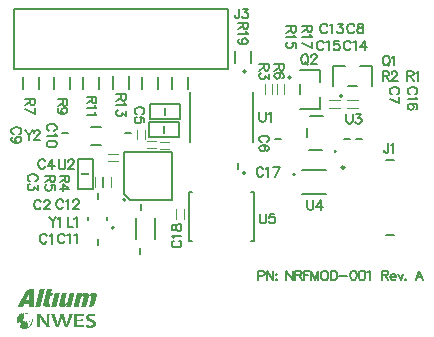
<source format=gto>
G04*
G04 #@! TF.GenerationSoftware,Altium Limited,Altium Designer,22.10.1 (41)*
G04*
G04 Layer_Color=65535*
%FSLAX25Y25*%
%MOIN*%
G70*
G04*
G04 #@! TF.SameCoordinates,6EEB4584-1C63-4AE3-A79B-07B07B7A1057*
G04*
G04*
G04 #@! TF.FilePolarity,Positive*
G04*
G01*
G75*
%ADD10C,0.00984*%
%ADD11C,0.00600*%
%ADD12C,0.00787*%
%ADD13C,0.00500*%
%ADD14C,0.00800*%
%ADD15C,0.00394*%
%ADD16C,0.00700*%
%ADD17R,0.01000X0.03000*%
%ADD18R,0.03000X0.01000*%
G36*
X554301Y119682D02*
X554404D01*
Y119672D01*
X554477D01*
Y119661D01*
X554528D01*
Y119651D01*
X554580D01*
Y119641D01*
X554621D01*
Y119631D01*
X554662D01*
Y119620D01*
X554693D01*
Y119610D01*
X554724D01*
Y119599D01*
X554755D01*
Y119589D01*
X554776D01*
Y119579D01*
X554807D01*
Y119569D01*
X554827D01*
Y119558D01*
X554848D01*
Y119548D01*
X554869D01*
Y119538D01*
X554889D01*
Y119527D01*
X554910D01*
Y119517D01*
X554920D01*
Y119507D01*
X554941D01*
Y119496D01*
X554961D01*
Y119486D01*
X554972D01*
Y119476D01*
X554982D01*
Y119465D01*
X555003D01*
Y119455D01*
X555013D01*
Y119445D01*
X555023D01*
Y119434D01*
X555034D01*
Y119424D01*
X555044D01*
Y119414D01*
X555054D01*
Y119404D01*
X555065D01*
Y119393D01*
X555075D01*
Y119373D01*
X555085D01*
Y119362D01*
X555095D01*
Y119352D01*
X555106D01*
Y119331D01*
X555116D01*
Y119311D01*
X555126D01*
Y119290D01*
X555137D01*
Y119270D01*
X555147D01*
Y119249D01*
X555157D01*
Y119218D01*
X555168D01*
Y119187D01*
X555178D01*
Y119156D01*
X555188D01*
Y119105D01*
X555199D01*
Y119053D01*
Y119043D01*
Y119032D01*
X555209D01*
Y118816D01*
X555199D01*
Y118723D01*
X555188D01*
Y118651D01*
X555178D01*
Y118599D01*
X555168D01*
Y118547D01*
X555157D01*
Y118496D01*
X555147D01*
Y118455D01*
X555137D01*
Y118413D01*
X555126D01*
Y118372D01*
X555116D01*
Y118331D01*
X555106D01*
Y118290D01*
X555095D01*
Y118248D01*
X555085D01*
Y118207D01*
X555075D01*
Y118176D01*
X555065D01*
Y118135D01*
X555054D01*
Y118094D01*
X555044D01*
Y118052D01*
X555034D01*
Y118011D01*
X555023D01*
Y117970D01*
X555013D01*
Y117929D01*
X555003D01*
Y117887D01*
X554992D01*
Y117846D01*
X554982D01*
Y117805D01*
X554972D01*
Y117764D01*
X554961D01*
Y117722D01*
X554951D01*
Y117681D01*
X554941D01*
Y117640D01*
X554930D01*
Y117599D01*
X554920D01*
Y117557D01*
X554910D01*
Y117516D01*
X554900D01*
Y117475D01*
X554889D01*
Y117434D01*
X554879D01*
Y117392D01*
X554869D01*
Y117351D01*
X554858D01*
Y117310D01*
X554848D01*
Y117269D01*
X554838D01*
Y117227D01*
X554827D01*
Y117186D01*
X554817D01*
Y117145D01*
X554807D01*
Y117104D01*
X554796D01*
Y117062D01*
X554786D01*
Y117021D01*
X554776D01*
Y116980D01*
X554766D01*
Y116938D01*
X554755D01*
Y116897D01*
X554745D01*
Y116856D01*
X554735D01*
Y116815D01*
X554724D01*
Y116773D01*
X554714D01*
Y116732D01*
X554704D01*
Y116691D01*
X554693D01*
Y116650D01*
X554683D01*
Y116608D01*
X554673D01*
Y116567D01*
X554662D01*
Y116526D01*
X554652D01*
Y116485D01*
X554642D01*
Y116443D01*
X554631D01*
Y116402D01*
X554621D01*
Y116361D01*
X554611D01*
Y116320D01*
X554600D01*
Y116278D01*
X554590D01*
Y116237D01*
X554580D01*
Y116196D01*
X554569D01*
Y116155D01*
X554559D01*
Y116113D01*
X554549D01*
Y116072D01*
X554539D01*
Y116031D01*
X554528D01*
Y115990D01*
X554518D01*
Y115959D01*
X554508D01*
Y115928D01*
X554497D01*
Y115897D01*
X554487D01*
Y115866D01*
X554477D01*
Y115845D01*
X554466D01*
Y115824D01*
X554456D01*
Y115804D01*
X554446D01*
Y115783D01*
X554435D01*
Y115763D01*
X554425D01*
Y115742D01*
X554415D01*
Y115721D01*
X554404D01*
Y115711D01*
X554394D01*
Y115691D01*
X554384D01*
Y115680D01*
X554374D01*
Y115659D01*
X554363D01*
Y115649D01*
X554353D01*
Y115639D01*
X554343D01*
Y115629D01*
X554332D01*
Y115608D01*
X554322D01*
Y115598D01*
X554312D01*
Y115587D01*
X554301D01*
Y115577D01*
X554291D01*
Y115567D01*
X554281D01*
Y115556D01*
X554270D01*
Y115546D01*
X554260D01*
Y115536D01*
X554250D01*
Y115525D01*
X554240D01*
Y115515D01*
X554229D01*
Y115505D01*
X554219D01*
Y115495D01*
X554209D01*
Y115484D01*
X554198D01*
Y115474D01*
X554188D01*
Y115464D01*
X554178D01*
Y115453D01*
X554157D01*
Y115443D01*
X554147D01*
Y115433D01*
X554136D01*
Y115422D01*
X554116D01*
Y115412D01*
X554105D01*
Y115402D01*
X554085D01*
Y115391D01*
X554074D01*
Y115381D01*
X554054D01*
Y115371D01*
X554043D01*
Y115360D01*
X554023D01*
Y115350D01*
X554002D01*
Y115340D01*
X553992D01*
Y115330D01*
X553971D01*
Y115319D01*
X553951D01*
Y115309D01*
X553930D01*
Y115298D01*
X553899D01*
Y115288D01*
X553878D01*
Y115278D01*
X553858D01*
Y115268D01*
X553827D01*
Y115257D01*
X553796D01*
Y115247D01*
X553765D01*
Y115237D01*
X553734D01*
Y115226D01*
X553693D01*
Y115216D01*
X553652D01*
Y115206D01*
X553590D01*
Y115195D01*
X553507D01*
Y115185D01*
X552682D01*
Y115195D01*
X552692D01*
Y115237D01*
X552703D01*
Y115278D01*
X552713D01*
Y115319D01*
X552723D01*
Y115360D01*
X552734D01*
Y115402D01*
X552744D01*
Y115443D01*
X552754D01*
Y115484D01*
X552765D01*
Y115525D01*
X552775D01*
Y115567D01*
X552785D01*
Y115608D01*
X552796D01*
Y115649D01*
X552806D01*
Y115691D01*
X552816D01*
Y115732D01*
X552826D01*
Y115773D01*
X552837D01*
Y115814D01*
X552847D01*
Y115856D01*
X552857D01*
Y115897D01*
X552868D01*
Y115938D01*
X552878D01*
Y115979D01*
X552888D01*
Y116021D01*
X552899D01*
Y116062D01*
X552909D01*
Y116103D01*
X552919D01*
Y116144D01*
X552930D01*
Y116185D01*
X552940D01*
Y116227D01*
X552950D01*
Y116268D01*
X552960D01*
Y116309D01*
X552971D01*
Y116351D01*
X552981D01*
Y116392D01*
X552991D01*
Y116433D01*
X553002D01*
Y116474D01*
X553012D01*
Y116516D01*
X553022D01*
Y116557D01*
X553033D01*
Y116598D01*
X553043D01*
Y116639D01*
X553053D01*
Y116681D01*
X553064D01*
Y116722D01*
X553074D01*
Y116763D01*
X553084D01*
Y116804D01*
X553095D01*
Y116846D01*
X553105D01*
Y116887D01*
X553115D01*
Y116928D01*
X553125D01*
Y116969D01*
X553136D01*
Y117011D01*
X553146D01*
Y117052D01*
X553157D01*
Y117093D01*
X553167D01*
Y117134D01*
X553177D01*
Y117176D01*
X553187D01*
Y117217D01*
X553198D01*
Y117258D01*
X553208D01*
Y117299D01*
X553218D01*
Y117341D01*
X553229D01*
Y117382D01*
X553239D01*
Y117423D01*
X553249D01*
Y117464D01*
X553260D01*
Y117506D01*
X553270D01*
Y117547D01*
X553280D01*
Y117588D01*
X553291D01*
Y117630D01*
X553301D01*
Y117671D01*
X553311D01*
Y117712D01*
X553322D01*
Y117753D01*
X553332D01*
Y117795D01*
X553342D01*
Y117836D01*
X553352D01*
Y117877D01*
X553363D01*
Y117918D01*
X553373D01*
Y117960D01*
X553383D01*
Y118001D01*
X553394D01*
Y118042D01*
X553404D01*
Y118083D01*
X553414D01*
Y118125D01*
X553425D01*
Y118176D01*
X553435D01*
Y118248D01*
X553445D01*
Y118351D01*
X553435D01*
Y118403D01*
X553425D01*
Y118434D01*
X553414D01*
Y118455D01*
X553404D01*
Y118475D01*
X553394D01*
Y118486D01*
X553383D01*
Y118506D01*
X553373D01*
Y118517D01*
X553363D01*
Y118527D01*
X553352D01*
Y118537D01*
X553332D01*
Y118547D01*
X553322D01*
Y118558D01*
X553301D01*
Y118568D01*
X553270D01*
Y118578D01*
X553239D01*
Y118589D01*
X553187D01*
Y118599D01*
X552960D01*
Y118589D01*
X552909D01*
Y118578D01*
X552868D01*
Y118568D01*
X552837D01*
Y118558D01*
X552806D01*
Y118547D01*
X552785D01*
Y118537D01*
X552765D01*
Y118527D01*
X552754D01*
Y118517D01*
X552734D01*
Y118506D01*
X552713D01*
Y118496D01*
X552703D01*
Y118486D01*
X552692D01*
Y118475D01*
X552682D01*
Y118465D01*
X552661D01*
Y118455D01*
X552651D01*
Y118444D01*
X552641D01*
Y118434D01*
X552630D01*
Y118424D01*
X552620D01*
Y118403D01*
X552610D01*
Y118393D01*
X552599D01*
Y118383D01*
X552589D01*
Y118372D01*
X552579D01*
Y118351D01*
X552569D01*
Y118341D01*
X552558D01*
Y118321D01*
X552548D01*
Y118300D01*
X552538D01*
Y118279D01*
X552527D01*
Y118259D01*
X552517D01*
Y118238D01*
X552507D01*
Y118218D01*
X552496D01*
Y118186D01*
X552486D01*
Y118156D01*
X552476D01*
Y118125D01*
X552465D01*
Y118094D01*
X552455D01*
Y118052D01*
X552445D01*
Y118011D01*
X552434D01*
Y117970D01*
X552424D01*
Y117929D01*
X552414D01*
Y117887D01*
X552403D01*
Y117846D01*
X552393D01*
Y117805D01*
X552383D01*
Y117764D01*
X552373D01*
Y117722D01*
X552362D01*
Y117681D01*
X552352D01*
Y117640D01*
X552342D01*
Y117599D01*
X552331D01*
Y117557D01*
X552321D01*
Y117516D01*
X552311D01*
Y117475D01*
X552300D01*
Y117434D01*
X552290D01*
Y117392D01*
X552280D01*
Y117351D01*
X552269D01*
Y117310D01*
X552259D01*
Y117269D01*
X552249D01*
Y117227D01*
X552239D01*
Y117186D01*
X552228D01*
Y117145D01*
X552218D01*
Y117104D01*
X552208D01*
Y117062D01*
X552197D01*
Y117021D01*
X552187D01*
Y116980D01*
X552177D01*
Y116938D01*
X552166D01*
Y116897D01*
X552156D01*
Y116856D01*
X552146D01*
Y116815D01*
X552135D01*
Y116773D01*
X552125D01*
Y116732D01*
X552115D01*
Y116691D01*
X552104D01*
Y116650D01*
X552094D01*
Y116608D01*
X552084D01*
Y116577D01*
X552073D01*
Y116536D01*
X552063D01*
Y116495D01*
X552053D01*
Y116454D01*
X552042D01*
Y116412D01*
X552032D01*
Y116371D01*
X552022D01*
Y116330D01*
X552012D01*
Y116289D01*
X552001D01*
Y116247D01*
X551991D01*
Y116206D01*
X551981D01*
Y116165D01*
X551970D01*
Y116124D01*
X551960D01*
Y116082D01*
X551950D01*
Y116041D01*
X551939D01*
Y116000D01*
X551929D01*
Y115959D01*
X551919D01*
Y115917D01*
X551908D01*
Y115876D01*
X551898D01*
Y115835D01*
X551888D01*
Y115794D01*
X551877D01*
Y115752D01*
X551867D01*
Y115711D01*
X551857D01*
Y115670D01*
X551847D01*
Y115629D01*
X551836D01*
Y115587D01*
X551826D01*
Y115546D01*
X551816D01*
Y115505D01*
X551805D01*
Y115464D01*
X551795D01*
Y115422D01*
X551785D01*
Y115381D01*
X551774D01*
Y115340D01*
X551764D01*
Y115298D01*
X551754D01*
Y115257D01*
X551743D01*
Y115216D01*
X551733D01*
Y115185D01*
X550093D01*
Y115195D01*
X550104D01*
Y115237D01*
X550114D01*
Y115278D01*
X550124D01*
Y115319D01*
X550134D01*
Y115360D01*
X550145D01*
Y115402D01*
X550155D01*
Y115443D01*
X550165D01*
Y115484D01*
X550176D01*
Y115525D01*
X550186D01*
Y115567D01*
X550196D01*
Y115608D01*
X550207D01*
Y115649D01*
X550217D01*
Y115691D01*
X550227D01*
Y115732D01*
X550238D01*
Y115773D01*
X550248D01*
Y115814D01*
X550258D01*
Y115845D01*
X550269D01*
Y115886D01*
X550279D01*
Y115928D01*
X550289D01*
Y115969D01*
X550299D01*
Y116010D01*
X550310D01*
Y116051D01*
X550320D01*
Y116093D01*
X550330D01*
Y116134D01*
X550341D01*
Y116175D01*
X550351D01*
Y116217D01*
X550361D01*
Y116258D01*
X550372D01*
Y116299D01*
X550382D01*
Y116340D01*
X550392D01*
Y116382D01*
X550403D01*
Y116423D01*
X550413D01*
Y116464D01*
X550423D01*
Y116505D01*
X550433D01*
Y116547D01*
X550444D01*
Y116588D01*
X550454D01*
Y116629D01*
X550464D01*
Y116670D01*
X550475D01*
Y116712D01*
X550485D01*
Y116753D01*
X550495D01*
Y116794D01*
X550506D01*
Y116835D01*
X550516D01*
Y116877D01*
X550526D01*
Y116918D01*
X550537D01*
Y116959D01*
X550547D01*
Y117000D01*
X550557D01*
Y117042D01*
X550568D01*
Y117083D01*
X550578D01*
Y117124D01*
X550588D01*
Y117165D01*
X550598D01*
Y117207D01*
X550609D01*
Y117248D01*
X550619D01*
Y117289D01*
X550630D01*
Y117330D01*
X550640D01*
Y117372D01*
X550650D01*
Y117413D01*
X550660D01*
Y117454D01*
X550671D01*
Y117496D01*
X550681D01*
Y117537D01*
X550691D01*
Y117578D01*
X550702D01*
Y117619D01*
X550712D01*
Y117660D01*
X550722D01*
Y117702D01*
X550733D01*
Y117743D01*
X550743D01*
Y117784D01*
X550753D01*
Y117825D01*
X550764D01*
Y117867D01*
X550774D01*
Y117898D01*
X550784D01*
Y117939D01*
X550795D01*
Y117980D01*
X550805D01*
Y118022D01*
X550815D01*
Y118063D01*
X550826D01*
Y118114D01*
X550836D01*
Y118156D01*
X550846D01*
Y118228D01*
X550856D01*
Y118362D01*
X550846D01*
Y118403D01*
X550836D01*
Y118434D01*
X550826D01*
Y118455D01*
X550815D01*
Y118475D01*
X550805D01*
Y118496D01*
X550795D01*
Y118506D01*
X550784D01*
Y118517D01*
X550774D01*
Y118527D01*
X550764D01*
Y118537D01*
X550743D01*
Y118547D01*
X550733D01*
Y118558D01*
X550712D01*
Y118568D01*
X550681D01*
Y118578D01*
X550650D01*
Y118589D01*
X550598D01*
Y118599D01*
X550382D01*
Y118589D01*
X550320D01*
Y118578D01*
X550289D01*
Y118568D01*
X550258D01*
Y118558D01*
X550227D01*
Y118547D01*
X550207D01*
Y118537D01*
X550186D01*
Y118527D01*
X550176D01*
Y118517D01*
X550155D01*
Y118506D01*
X550145D01*
Y118496D01*
X550124D01*
Y118486D01*
X550114D01*
Y118475D01*
X550104D01*
Y118465D01*
X550093D01*
Y118455D01*
X550083D01*
Y118444D01*
X550072D01*
Y118434D01*
X550062D01*
Y118424D01*
X550052D01*
Y118413D01*
X550042D01*
Y118403D01*
X550031D01*
Y118393D01*
X550021D01*
Y118372D01*
X550011D01*
Y118362D01*
X550000D01*
Y118341D01*
X549990D01*
Y118331D01*
X549980D01*
Y118310D01*
X549969D01*
Y118290D01*
X549959D01*
Y118269D01*
X549949D01*
Y118248D01*
X549938D01*
Y118228D01*
X549928D01*
Y118197D01*
X549918D01*
Y118166D01*
X549907D01*
Y118135D01*
X549897D01*
Y118104D01*
X549887D01*
Y118063D01*
X549877D01*
Y118022D01*
X549866D01*
Y117980D01*
X549856D01*
Y117939D01*
X549846D01*
Y117898D01*
X549835D01*
Y117856D01*
X549825D01*
Y117815D01*
X549815D01*
Y117774D01*
X549804D01*
Y117733D01*
X549794D01*
Y117691D01*
X549784D01*
Y117650D01*
X549773D01*
Y117609D01*
X549763D01*
Y117568D01*
X549753D01*
Y117526D01*
X549743D01*
Y117485D01*
X549732D01*
Y117444D01*
X549722D01*
Y117403D01*
X549712D01*
Y117361D01*
X549701D01*
Y117320D01*
X549691D01*
Y117279D01*
X549681D01*
Y117238D01*
X549670D01*
Y117196D01*
X549660D01*
Y117155D01*
X549650D01*
Y117114D01*
X549639D01*
Y117083D01*
X549629D01*
Y117042D01*
X549619D01*
Y117000D01*
X549608D01*
Y116959D01*
X549598D01*
Y116918D01*
X549588D01*
Y116877D01*
X549577D01*
Y116835D01*
X549567D01*
Y116794D01*
X549557D01*
Y116753D01*
X549546D01*
Y116712D01*
X549536D01*
Y116670D01*
X549526D01*
Y116629D01*
X549516D01*
Y116588D01*
X549505D01*
Y116547D01*
X549495D01*
Y116505D01*
X549485D01*
Y116464D01*
X549474D01*
Y116423D01*
X549464D01*
Y116382D01*
X549454D01*
Y116340D01*
X549443D01*
Y116299D01*
X549433D01*
Y116258D01*
X549423D01*
Y116217D01*
X549412D01*
Y116175D01*
X549402D01*
Y116134D01*
X549392D01*
Y116093D01*
X549381D01*
Y116051D01*
X549371D01*
Y116010D01*
X549361D01*
Y115969D01*
X549351D01*
Y115928D01*
X549340D01*
Y115886D01*
X549330D01*
Y115845D01*
X549320D01*
Y115804D01*
X549309D01*
Y115763D01*
X549299D01*
Y115721D01*
X549289D01*
Y115680D01*
X549278D01*
Y115639D01*
X549268D01*
Y115598D01*
X549258D01*
Y115556D01*
X549247D01*
Y115515D01*
X549237D01*
Y115474D01*
X549227D01*
Y115433D01*
X549216D01*
Y115391D01*
X549206D01*
Y115350D01*
X549196D01*
Y115309D01*
X549186D01*
Y115268D01*
X549175D01*
Y115226D01*
X549165D01*
Y115185D01*
X547525D01*
Y115226D01*
X547535D01*
Y115268D01*
X547546D01*
Y115309D01*
X547556D01*
Y115350D01*
X547566D01*
Y115391D01*
X547577D01*
Y115433D01*
X547587D01*
Y115474D01*
X547597D01*
Y115515D01*
X547607D01*
Y115556D01*
X547618D01*
Y115598D01*
X547628D01*
Y115639D01*
X547638D01*
Y115680D01*
X547649D01*
Y115721D01*
X547659D01*
Y115763D01*
X547669D01*
Y115804D01*
X547680D01*
Y115845D01*
X547690D01*
Y115886D01*
X547700D01*
Y115928D01*
X547711D01*
Y115969D01*
X547721D01*
Y116010D01*
X547731D01*
Y116051D01*
X547742D01*
Y116082D01*
X547752D01*
Y116124D01*
X547762D01*
Y116165D01*
X547773D01*
Y116206D01*
X547783D01*
Y116247D01*
X547793D01*
Y116289D01*
X547803D01*
Y116330D01*
X547814D01*
Y116371D01*
X547824D01*
Y116412D01*
X547834D01*
Y116454D01*
X547845D01*
Y116495D01*
X547855D01*
Y116536D01*
X547865D01*
Y116577D01*
X547876D01*
Y116619D01*
X547886D01*
Y116660D01*
X547896D01*
Y116701D01*
X547906D01*
Y116743D01*
X547917D01*
Y116784D01*
X547927D01*
Y116825D01*
X547937D01*
Y116866D01*
X547948D01*
Y116908D01*
X547958D01*
Y116949D01*
X547968D01*
Y116990D01*
X547979D01*
Y117031D01*
X547989D01*
Y117073D01*
X547999D01*
Y117114D01*
X548010D01*
Y117155D01*
X548020D01*
Y117196D01*
X548030D01*
Y117238D01*
X548041D01*
Y117279D01*
X548051D01*
Y117320D01*
X548061D01*
Y117361D01*
X548072D01*
Y117403D01*
X548082D01*
Y117444D01*
X548092D01*
Y117485D01*
X548103D01*
Y117526D01*
X548113D01*
Y117568D01*
X548123D01*
Y117609D01*
X548133D01*
Y117650D01*
X548144D01*
Y117691D01*
X548154D01*
Y117733D01*
X548164D01*
Y117774D01*
X548175D01*
Y117815D01*
X548185D01*
Y117856D01*
X548195D01*
Y117898D01*
X548206D01*
Y117939D01*
X548216D01*
Y117980D01*
X548226D01*
Y118022D01*
X548237D01*
Y118063D01*
X548247D01*
Y118104D01*
X548257D01*
Y118145D01*
X548268D01*
Y118186D01*
X548278D01*
Y118228D01*
X548288D01*
Y118269D01*
X548299D01*
Y118310D01*
X548309D01*
Y118351D01*
X548319D01*
Y118393D01*
X548329D01*
Y118434D01*
X548340D01*
Y118475D01*
X548350D01*
Y118517D01*
X548360D01*
Y118547D01*
X548371D01*
Y118589D01*
X548381D01*
Y118630D01*
X548391D01*
Y118671D01*
X548402D01*
Y118712D01*
X548412D01*
Y118754D01*
X548422D01*
Y118795D01*
X548433D01*
Y118836D01*
X548443D01*
Y118877D01*
X548453D01*
Y118919D01*
X548463D01*
Y118960D01*
X548474D01*
Y119001D01*
X548484D01*
Y119043D01*
X548494D01*
Y119084D01*
X548505D01*
Y119125D01*
X548515D01*
Y119166D01*
X548525D01*
Y119208D01*
X548536D01*
Y119249D01*
X548546D01*
Y119290D01*
X548556D01*
Y119331D01*
X548567D01*
Y119373D01*
X548577D01*
Y119414D01*
X548587D01*
Y119455D01*
X548598D01*
Y119496D01*
X548608D01*
Y119538D01*
X548618D01*
Y119569D01*
X548629D01*
Y119579D01*
X550269D01*
Y119527D01*
X550258D01*
Y119486D01*
X550248D01*
Y119445D01*
X550238D01*
Y119404D01*
X550227D01*
Y119362D01*
X550217D01*
Y119321D01*
X550207D01*
Y119280D01*
X550196D01*
Y119239D01*
X550186D01*
Y119197D01*
X550176D01*
Y119156D01*
X550165D01*
Y119115D01*
X550155D01*
Y119063D01*
X550145D01*
Y119043D01*
X550165D01*
Y119053D01*
X550176D01*
Y119063D01*
X550186D01*
Y119073D01*
X550196D01*
Y119084D01*
X550207D01*
Y119105D01*
X550217D01*
Y119115D01*
X550227D01*
Y119125D01*
X550238D01*
Y119135D01*
X550248D01*
Y119146D01*
X550258D01*
Y119156D01*
X550269D01*
Y119166D01*
X550279D01*
Y119187D01*
X550289D01*
Y119197D01*
X550299D01*
Y119208D01*
X550310D01*
Y119218D01*
X550320D01*
Y119228D01*
X550330D01*
Y119239D01*
X550341D01*
Y119249D01*
X550361D01*
Y119259D01*
X550372D01*
Y119270D01*
X550382D01*
Y119280D01*
X550392D01*
Y119290D01*
X550403D01*
Y119300D01*
X550413D01*
Y119311D01*
X550423D01*
Y119321D01*
X550433D01*
Y119331D01*
X550454D01*
Y119342D01*
X550464D01*
Y119352D01*
X550475D01*
Y119362D01*
X550495D01*
Y119373D01*
X550506D01*
Y119383D01*
X550516D01*
Y119393D01*
X550537D01*
Y119404D01*
X550547D01*
Y119414D01*
X550568D01*
Y119424D01*
X550578D01*
Y119434D01*
X550598D01*
Y119445D01*
X550619D01*
Y119455D01*
X550630D01*
Y119465D01*
X550650D01*
Y119476D01*
X550671D01*
Y119486D01*
X550691D01*
Y119496D01*
X550702D01*
Y119507D01*
X550722D01*
Y119517D01*
X550743D01*
Y119527D01*
X550764D01*
Y119538D01*
X550795D01*
Y119548D01*
X550815D01*
Y119558D01*
X550836D01*
Y119569D01*
X550867D01*
Y119579D01*
X550898D01*
Y119589D01*
X550929D01*
Y119599D01*
X550959D01*
Y119610D01*
X550990D01*
Y119620D01*
X551021D01*
Y119631D01*
X551063D01*
Y119641D01*
X551104D01*
Y119651D01*
X551156D01*
Y119661D01*
X551217D01*
Y119672D01*
X551290D01*
Y119682D01*
X551403D01*
Y119692D01*
X551743D01*
Y119682D01*
X551857D01*
Y119672D01*
X551939D01*
Y119661D01*
X552001D01*
Y119651D01*
X552042D01*
Y119641D01*
X552084D01*
Y119631D01*
X552125D01*
Y119620D01*
X552156D01*
Y119610D01*
X552187D01*
Y119599D01*
X552208D01*
Y119589D01*
X552239D01*
Y119579D01*
X552259D01*
Y119569D01*
X552280D01*
Y119558D01*
X552300D01*
Y119548D01*
X552321D01*
Y119538D01*
X552331D01*
Y119527D01*
X552352D01*
Y119517D01*
X552362D01*
Y119507D01*
X552373D01*
Y119496D01*
X552393D01*
Y119486D01*
X552403D01*
Y119476D01*
X552414D01*
Y119465D01*
X552424D01*
Y119455D01*
X552434D01*
Y119445D01*
X552445D01*
Y119434D01*
X552455D01*
Y119424D01*
X552465D01*
Y119414D01*
X552476D01*
Y119404D01*
X552486D01*
Y119393D01*
X552496D01*
Y119373D01*
X552507D01*
Y119362D01*
X552517D01*
Y119352D01*
X552527D01*
Y119331D01*
X552538D01*
Y119321D01*
X552548D01*
Y119300D01*
X552558D01*
Y119280D01*
X552569D01*
Y119259D01*
X552579D01*
Y119239D01*
X552589D01*
Y119218D01*
X552599D01*
Y119187D01*
X552610D01*
Y119156D01*
X552620D01*
Y119125D01*
X552630D01*
Y119094D01*
X552641D01*
Y119043D01*
X552651D01*
Y119022D01*
X552661D01*
Y119032D01*
X552672D01*
Y119043D01*
X552682D01*
Y119063D01*
X552692D01*
Y119073D01*
X552703D01*
Y119084D01*
X552713D01*
Y119094D01*
X552723D01*
Y119105D01*
X552734D01*
Y119115D01*
X552744D01*
Y119125D01*
X552754D01*
Y119135D01*
X552765D01*
Y119146D01*
X552775D01*
Y119156D01*
X552785D01*
Y119166D01*
X552796D01*
Y119177D01*
X552806D01*
Y119187D01*
X552816D01*
Y119197D01*
X552826D01*
Y119208D01*
X552837D01*
Y119218D01*
X552847D01*
Y119228D01*
X552857D01*
Y119239D01*
X552868D01*
Y119249D01*
X552878D01*
Y119259D01*
X552888D01*
Y119270D01*
X552899D01*
Y119280D01*
X552909D01*
Y119290D01*
X552930D01*
Y119300D01*
X552940D01*
Y119311D01*
X552950D01*
Y119321D01*
X552960D01*
Y119331D01*
X552981D01*
Y119342D01*
X552991D01*
Y119352D01*
X553002D01*
Y119362D01*
X553022D01*
Y119373D01*
X553033D01*
Y119383D01*
X553053D01*
Y119393D01*
X553064D01*
Y119404D01*
X553084D01*
Y119414D01*
X553095D01*
Y119424D01*
X553115D01*
Y119434D01*
X553136D01*
Y119445D01*
X553146D01*
Y119455D01*
X553167D01*
Y119465D01*
X553187D01*
Y119476D01*
X553208D01*
Y119486D01*
X553229D01*
Y119496D01*
X553249D01*
Y119507D01*
X553270D01*
Y119517D01*
X553291D01*
Y119527D01*
X553311D01*
Y119538D01*
X553342D01*
Y119548D01*
X553373D01*
Y119558D01*
X553394D01*
Y119569D01*
X553425D01*
Y119579D01*
X553456D01*
Y119589D01*
X553486D01*
Y119599D01*
X553517D01*
Y119610D01*
X553559D01*
Y119620D01*
X553590D01*
Y119631D01*
X553631D01*
Y119641D01*
X553672D01*
Y119651D01*
X553724D01*
Y119661D01*
X553786D01*
Y119672D01*
X553858D01*
Y119682D01*
X553961D01*
Y119692D01*
X554301D01*
Y119682D01*
D02*
G37*
G36*
X547814Y119548D02*
X547803D01*
Y119507D01*
X547793D01*
Y119465D01*
X547783D01*
Y119424D01*
X547773D01*
Y119383D01*
X547762D01*
Y119342D01*
X547752D01*
Y119300D01*
X547742D01*
Y119259D01*
X547731D01*
Y119218D01*
X547721D01*
Y119177D01*
X547711D01*
Y119135D01*
X547700D01*
Y119094D01*
X547690D01*
Y119053D01*
X547680D01*
Y119012D01*
X547669D01*
Y118970D01*
X547659D01*
Y118929D01*
X547649D01*
Y118888D01*
X547638D01*
Y118847D01*
X547628D01*
Y118805D01*
X547618D01*
Y118764D01*
X547607D01*
Y118723D01*
X547597D01*
Y118682D01*
X547587D01*
Y118640D01*
X547577D01*
Y118599D01*
X547566D01*
Y118558D01*
X547556D01*
Y118517D01*
X547546D01*
Y118475D01*
X547535D01*
Y118434D01*
X547525D01*
Y118393D01*
X547515D01*
Y118351D01*
X547504D01*
Y118310D01*
X547494D01*
Y118269D01*
X547484D01*
Y118228D01*
X547473D01*
Y118186D01*
X547463D01*
Y118145D01*
X547453D01*
Y118104D01*
X547442D01*
Y118063D01*
X547432D01*
Y118022D01*
X547422D01*
Y117980D01*
X547411D01*
Y117939D01*
X547401D01*
Y117898D01*
X547391D01*
Y117856D01*
X547380D01*
Y117815D01*
X547370D01*
Y117774D01*
X547360D01*
Y117733D01*
X547350D01*
Y117691D01*
X547339D01*
Y117650D01*
X547329D01*
Y117609D01*
X547319D01*
Y117568D01*
X547308D01*
Y117526D01*
X547298D01*
Y117485D01*
X547288D01*
Y117444D01*
X547277D01*
Y117403D01*
X547267D01*
Y117361D01*
X547257D01*
Y117320D01*
X547246D01*
Y117279D01*
X547236D01*
Y117238D01*
X547226D01*
Y117196D01*
X547216D01*
Y117155D01*
X547205D01*
Y117114D01*
X547195D01*
Y117073D01*
X547185D01*
Y117031D01*
X547174D01*
Y116990D01*
X547164D01*
Y116949D01*
X547154D01*
Y116908D01*
X547143D01*
Y116866D01*
X547133D01*
Y116825D01*
X547123D01*
Y116784D01*
X547112D01*
Y116743D01*
X547102D01*
Y116701D01*
X547092D01*
Y116660D01*
X547081D01*
Y116619D01*
X547071D01*
Y116577D01*
X547061D01*
Y116536D01*
X547051D01*
Y116495D01*
X547040D01*
Y116454D01*
X547030D01*
Y116412D01*
X547019D01*
Y116371D01*
X547009D01*
Y116330D01*
X546999D01*
Y116289D01*
X546989D01*
Y116247D01*
X546978D01*
Y116206D01*
X546968D01*
Y116165D01*
X546958D01*
Y116124D01*
X546947D01*
Y116082D01*
X546937D01*
Y116041D01*
X546927D01*
Y116000D01*
X546916D01*
Y115959D01*
X546906D01*
Y115917D01*
X546896D01*
Y115876D01*
X546885D01*
Y115835D01*
X546875D01*
Y115794D01*
X546865D01*
Y115752D01*
X546854D01*
Y115711D01*
X546844D01*
Y115670D01*
X546834D01*
Y115629D01*
X546824D01*
Y115587D01*
X546813D01*
Y115546D01*
X546803D01*
Y115505D01*
X546793D01*
Y115464D01*
X546782D01*
Y115422D01*
X546772D01*
Y115381D01*
X546762D01*
Y115340D01*
X546751D01*
Y115298D01*
X546741D01*
Y115257D01*
X546731D01*
Y115216D01*
X546720D01*
Y115185D01*
X545091D01*
Y115226D01*
X545101D01*
Y115268D01*
X545111D01*
Y115319D01*
X545122D01*
Y115360D01*
X545132D01*
Y115402D01*
X545142D01*
Y115443D01*
X545153D01*
Y115484D01*
X545163D01*
Y115525D01*
X545173D01*
Y115567D01*
X545184D01*
Y115608D01*
X545194D01*
Y115649D01*
X545204D01*
Y115701D01*
X545215D01*
Y115711D01*
X545184D01*
Y115691D01*
X545173D01*
Y115680D01*
X545163D01*
Y115670D01*
X545153D01*
Y115659D01*
X545142D01*
Y115639D01*
X545132D01*
Y115629D01*
X545122D01*
Y115618D01*
X545111D01*
Y115608D01*
X545101D01*
Y115598D01*
X545091D01*
Y115587D01*
X545081D01*
Y115577D01*
X545070D01*
Y115567D01*
X545060D01*
Y115556D01*
X545049D01*
Y115546D01*
X545039D01*
Y115536D01*
X545029D01*
Y115525D01*
X545019D01*
Y115515D01*
X545008D01*
Y115505D01*
X544998D01*
Y115495D01*
X544988D01*
Y115484D01*
X544977D01*
Y115474D01*
X544967D01*
Y115464D01*
X544946D01*
Y115453D01*
X544936D01*
Y115443D01*
X544926D01*
Y115433D01*
X544915D01*
Y115422D01*
X544895D01*
Y115412D01*
X544884D01*
Y115402D01*
X544874D01*
Y115391D01*
X544853D01*
Y115381D01*
X544843D01*
Y115371D01*
X544833D01*
Y115360D01*
X544812D01*
Y115350D01*
X544802D01*
Y115340D01*
X544781D01*
Y115330D01*
X544771D01*
Y115319D01*
X544750D01*
Y115309D01*
X544730D01*
Y115298D01*
X544709D01*
Y115288D01*
X544699D01*
Y115278D01*
X544678D01*
Y115268D01*
X544658D01*
Y115257D01*
X544637D01*
Y115247D01*
X544616D01*
Y115237D01*
X544596D01*
Y115226D01*
X544565D01*
Y115216D01*
X544544D01*
Y115206D01*
X544513D01*
Y115195D01*
X544493D01*
Y115185D01*
X544462D01*
Y115175D01*
X544431D01*
Y115164D01*
X544400D01*
Y115154D01*
X544358D01*
Y115144D01*
X544327D01*
Y115134D01*
X544286D01*
Y115123D01*
X544235D01*
Y115113D01*
X544183D01*
Y115103D01*
X544121D01*
Y115092D01*
X544028D01*
Y115082D01*
X543832D01*
Y115072D01*
X543719D01*
Y115082D01*
X543554D01*
Y115092D01*
X543471D01*
Y115103D01*
X543420D01*
Y115113D01*
X543368D01*
Y115123D01*
X543327D01*
Y115134D01*
X543286D01*
Y115144D01*
X543255D01*
Y115154D01*
X543224D01*
Y115164D01*
X543193D01*
Y115175D01*
X543172D01*
Y115185D01*
X543152D01*
Y115195D01*
X543131D01*
Y115206D01*
X543100D01*
Y115216D01*
X543090D01*
Y115226D01*
X543069D01*
Y115237D01*
X543049D01*
Y115247D01*
X543028D01*
Y115257D01*
X543018D01*
Y115268D01*
X542997D01*
Y115278D01*
X542987D01*
Y115288D01*
X542976D01*
Y115298D01*
X542956D01*
Y115309D01*
X542945D01*
Y115319D01*
X542935D01*
Y115330D01*
X542925D01*
Y115340D01*
X542914D01*
Y115350D01*
X542894D01*
Y115360D01*
X542883D01*
Y115371D01*
X542873D01*
Y115381D01*
X542863D01*
Y115402D01*
X542853D01*
Y115412D01*
X542842D01*
Y115422D01*
X542832D01*
Y115443D01*
X542822D01*
Y115453D01*
X542811D01*
Y115474D01*
X542801D01*
Y115495D01*
X542791D01*
Y115515D01*
X542780D01*
Y115536D01*
X542770D01*
Y115567D01*
X542760D01*
Y115598D01*
X542749D01*
Y115639D01*
X542739D01*
Y115691D01*
X542729D01*
Y115794D01*
X542719D01*
Y115907D01*
X542729D01*
Y116031D01*
X542739D01*
Y116103D01*
X542749D01*
Y116165D01*
X542760D01*
Y116217D01*
X542770D01*
Y116258D01*
X542780D01*
Y116299D01*
X542791D01*
Y116340D01*
X542801D01*
Y116382D01*
X542811D01*
Y116423D01*
X542822D01*
Y116464D01*
X542832D01*
Y116505D01*
X542842D01*
Y116547D01*
X542853D01*
Y116588D01*
X542863D01*
Y116629D01*
X542873D01*
Y116670D01*
X542883D01*
Y116712D01*
X542894D01*
Y116753D01*
X542904D01*
Y116794D01*
X542914D01*
Y116835D01*
X542925D01*
Y116877D01*
X542935D01*
Y116918D01*
X542945D01*
Y116959D01*
X542956D01*
Y117000D01*
X542966D01*
Y117042D01*
X542976D01*
Y117083D01*
X542987D01*
Y117124D01*
X542997D01*
Y117165D01*
X543007D01*
Y117207D01*
X543018D01*
Y117248D01*
X543028D01*
Y117289D01*
X543038D01*
Y117330D01*
X543049D01*
Y117372D01*
X543059D01*
Y117413D01*
X543069D01*
Y117454D01*
X543080D01*
Y117496D01*
X543090D01*
Y117537D01*
X543100D01*
Y117578D01*
X543111D01*
Y117619D01*
X543121D01*
Y117660D01*
X543131D01*
Y117702D01*
X543141D01*
Y117743D01*
X543152D01*
Y117784D01*
X543162D01*
Y117825D01*
X543172D01*
Y117867D01*
X543183D01*
Y117908D01*
X543193D01*
Y117949D01*
X543203D01*
Y117991D01*
X543214D01*
Y118032D01*
X543224D01*
Y118073D01*
X543234D01*
Y118114D01*
X543245D01*
Y118156D01*
X543255D01*
Y118197D01*
X543265D01*
Y118238D01*
X543275D01*
Y118279D01*
X543286D01*
Y118321D01*
X543296D01*
Y118362D01*
X543306D01*
Y118403D01*
X543317D01*
Y118444D01*
X543327D01*
Y118486D01*
X543337D01*
Y118527D01*
X543348D01*
Y118568D01*
X543358D01*
Y118609D01*
X543368D01*
Y118651D01*
X543379D01*
Y118692D01*
X543389D01*
Y118733D01*
X543399D01*
Y118774D01*
X543410D01*
Y118816D01*
X543420D01*
Y118857D01*
X543430D01*
Y118898D01*
X543440D01*
Y118939D01*
X543451D01*
Y118981D01*
X543461D01*
Y119022D01*
X543471D01*
Y119063D01*
X543482D01*
Y119105D01*
X543492D01*
Y119146D01*
X543502D01*
Y119187D01*
X543513D01*
Y119228D01*
X543523D01*
Y119270D01*
X543533D01*
Y119311D01*
X543544D01*
Y119352D01*
X543554D01*
Y119393D01*
X543564D01*
Y119434D01*
X543575D01*
Y119476D01*
X543585D01*
Y119517D01*
X543595D01*
Y119558D01*
X543606D01*
Y119569D01*
X545235D01*
Y119527D01*
X545225D01*
Y119486D01*
X545215D01*
Y119445D01*
X545204D01*
Y119404D01*
X545194D01*
Y119362D01*
X545184D01*
Y119321D01*
X545173D01*
Y119280D01*
X545163D01*
Y119239D01*
X545153D01*
Y119197D01*
X545142D01*
Y119156D01*
X545132D01*
Y119115D01*
X545122D01*
Y119073D01*
X545111D01*
Y119032D01*
X545101D01*
Y118991D01*
X545091D01*
Y118950D01*
X545081D01*
Y118909D01*
X545070D01*
Y118867D01*
X545060D01*
Y118826D01*
X545049D01*
Y118785D01*
X545039D01*
Y118744D01*
X545029D01*
Y118702D01*
X545019D01*
Y118661D01*
X545008D01*
Y118620D01*
X544998D01*
Y118578D01*
X544988D01*
Y118537D01*
X544977D01*
Y118496D01*
X544967D01*
Y118455D01*
X544957D01*
Y118413D01*
X544946D01*
Y118372D01*
X544936D01*
Y118331D01*
X544926D01*
Y118290D01*
X544915D01*
Y118248D01*
X544905D01*
Y118207D01*
X544895D01*
Y118166D01*
X544884D01*
Y118125D01*
X544874D01*
Y118083D01*
X544864D01*
Y118042D01*
X544853D01*
Y118001D01*
X544843D01*
Y117960D01*
X544833D01*
Y117918D01*
X544823D01*
Y117877D01*
X544812D01*
Y117836D01*
X544802D01*
Y117795D01*
X544792D01*
Y117753D01*
X544781D01*
Y117722D01*
Y117712D01*
X544771D01*
Y117671D01*
X544761D01*
Y117630D01*
X544750D01*
Y117588D01*
X544740D01*
Y117547D01*
X544730D01*
Y117506D01*
X544720D01*
Y117464D01*
X544709D01*
Y117423D01*
X544699D01*
Y117382D01*
X544689D01*
Y117351D01*
X544678D01*
Y117310D01*
X544668D01*
Y117269D01*
X544658D01*
Y117227D01*
X544647D01*
Y117186D01*
X544637D01*
Y117145D01*
X544627D01*
Y117104D01*
X544616D01*
Y117062D01*
X544606D01*
Y117021D01*
X544596D01*
Y116980D01*
X544585D01*
Y116938D01*
X544575D01*
Y116897D01*
X544565D01*
Y116856D01*
X544554D01*
Y116815D01*
X544544D01*
Y116773D01*
X544534D01*
Y116732D01*
X544523D01*
Y116691D01*
X544513D01*
Y116650D01*
X544503D01*
Y116598D01*
X544493D01*
Y116536D01*
X544482D01*
Y116392D01*
X544493D01*
Y116351D01*
X544503D01*
Y116320D01*
X544513D01*
Y116299D01*
X544523D01*
Y116278D01*
X544534D01*
Y116258D01*
X544544D01*
Y116247D01*
X544554D01*
Y116237D01*
X544565D01*
Y116227D01*
X544575D01*
Y116217D01*
X544596D01*
Y116206D01*
X544606D01*
Y116196D01*
X544627D01*
Y116185D01*
X544658D01*
Y116175D01*
X544689D01*
Y116165D01*
X544740D01*
Y116155D01*
X544946D01*
Y116165D01*
X545008D01*
Y116175D01*
X545039D01*
Y116185D01*
X545070D01*
Y116196D01*
X545101D01*
Y116206D01*
X545122D01*
Y116217D01*
X545142D01*
Y116227D01*
X545163D01*
Y116237D01*
X545173D01*
Y116247D01*
X545194D01*
Y116258D01*
X545204D01*
Y116268D01*
X545215D01*
Y116278D01*
X545235D01*
Y116289D01*
X545246D01*
Y116299D01*
X545256D01*
Y116309D01*
X545266D01*
Y116320D01*
X545276D01*
Y116330D01*
X545287D01*
Y116340D01*
X545297D01*
Y116361D01*
X545307D01*
Y116371D01*
X545318D01*
Y116382D01*
X545328D01*
Y116402D01*
X545338D01*
Y116412D01*
X545349D01*
Y116433D01*
X545359D01*
Y116454D01*
X545369D01*
Y116474D01*
X545380D01*
Y116495D01*
X545390D01*
Y116516D01*
X545400D01*
Y116536D01*
X545410D01*
Y116567D01*
X545421D01*
Y116588D01*
X545431D01*
Y116629D01*
X545441D01*
Y116660D01*
X545452D01*
Y116701D01*
X545462D01*
Y116743D01*
X545472D01*
Y116784D01*
X545483D01*
Y116825D01*
X545493D01*
Y116866D01*
X545503D01*
Y116908D01*
X545514D01*
Y116949D01*
X545524D01*
Y116990D01*
X545534D01*
Y117031D01*
X545545D01*
Y117073D01*
X545555D01*
Y117114D01*
X545565D01*
Y117155D01*
X545576D01*
Y117196D01*
X545586D01*
Y117238D01*
X545596D01*
Y117279D01*
X545607D01*
Y117310D01*
X545617D01*
Y117351D01*
X545627D01*
Y117392D01*
X545637D01*
Y117434D01*
X545648D01*
Y117475D01*
X545658D01*
Y117516D01*
X545668D01*
Y117557D01*
X545679D01*
Y117599D01*
X545689D01*
Y117640D01*
X545699D01*
Y117681D01*
X545710D01*
Y117722D01*
X545720D01*
Y117764D01*
X545730D01*
Y117805D01*
X545741D01*
Y117846D01*
X545751D01*
Y117887D01*
X545761D01*
Y117929D01*
X545772D01*
Y117970D01*
X545782D01*
Y118011D01*
X545792D01*
Y118052D01*
X545802D01*
Y118094D01*
X545813D01*
Y118135D01*
X545823D01*
Y118176D01*
X545833D01*
Y118218D01*
X545844D01*
Y118259D01*
X545854D01*
Y118300D01*
X545864D01*
Y118341D01*
X545875D01*
Y118383D01*
X545885D01*
Y118424D01*
X545895D01*
Y118465D01*
X545906D01*
Y118506D01*
X545916D01*
Y118547D01*
X545926D01*
Y118589D01*
X545936D01*
Y118630D01*
X545947D01*
Y118671D01*
X545957D01*
Y118712D01*
X545967D01*
Y118754D01*
X545978D01*
Y118795D01*
X545988D01*
Y118836D01*
X545998D01*
Y118877D01*
X546009D01*
Y118919D01*
X546019D01*
Y118960D01*
X546029D01*
Y119001D01*
X546040D01*
Y119043D01*
X546050D01*
Y119084D01*
X546060D01*
Y119125D01*
X546071D01*
Y119166D01*
X546081D01*
Y119208D01*
X546091D01*
Y119249D01*
X546102D01*
Y119290D01*
X546112D01*
Y119331D01*
X546122D01*
Y119373D01*
X546133D01*
Y119414D01*
X546143D01*
Y119455D01*
X546153D01*
Y119496D01*
X546164D01*
Y119538D01*
X546174D01*
Y119569D01*
X547814D01*
Y119548D01*
D02*
G37*
G36*
X542863Y119558D02*
X542853D01*
Y119538D01*
Y119527D01*
Y119517D01*
X542842D01*
Y119476D01*
X542832D01*
Y119434D01*
X542822D01*
Y119393D01*
X542811D01*
Y119352D01*
X542801D01*
Y119311D01*
X542791D01*
Y119270D01*
X542780D01*
Y119228D01*
X542770D01*
Y119187D01*
X542760D01*
Y119146D01*
X542749D01*
Y119105D01*
X542739D01*
Y119063D01*
X542729D01*
Y119022D01*
X542719D01*
Y118981D01*
X542708D01*
Y118939D01*
X542698D01*
Y118898D01*
X542688D01*
Y118857D01*
X542677D01*
Y118816D01*
X542667D01*
Y118774D01*
X542657D01*
Y118733D01*
X542646D01*
Y118692D01*
X542636D01*
Y118651D01*
X542626D01*
Y118609D01*
X542615D01*
Y118568D01*
X542605D01*
Y118537D01*
X542595D01*
Y118496D01*
X542584D01*
Y118455D01*
X542574D01*
Y118413D01*
X542564D01*
Y118372D01*
X542554D01*
Y118331D01*
X542543D01*
Y118290D01*
X542533D01*
Y118248D01*
X542522D01*
Y118207D01*
X542512D01*
Y118166D01*
X542502D01*
Y118125D01*
X542492D01*
Y118083D01*
X542481D01*
Y118042D01*
X542471D01*
Y118001D01*
X542461D01*
Y117960D01*
X542450D01*
Y117918D01*
X542440D01*
Y117877D01*
X542430D01*
Y117836D01*
X542419D01*
Y117795D01*
X542409D01*
Y117753D01*
X542399D01*
Y117712D01*
X542388D01*
Y117671D01*
X542378D01*
Y117630D01*
X542368D01*
Y117588D01*
X542357D01*
Y117547D01*
X542347D01*
Y117506D01*
X542337D01*
Y117464D01*
X542327D01*
Y117423D01*
X542316D01*
Y117382D01*
X542306D01*
Y117341D01*
X542296D01*
Y117299D01*
X542285D01*
Y117258D01*
X542275D01*
Y117217D01*
X542265D01*
Y117176D01*
X542254D01*
Y117134D01*
X542244D01*
Y117093D01*
X542234D01*
Y117052D01*
X542223D01*
Y117011D01*
X542213D01*
Y116969D01*
X542203D01*
Y116928D01*
X542193D01*
Y116887D01*
X542182D01*
Y116846D01*
X542172D01*
Y116804D01*
X542162D01*
Y116763D01*
X542151D01*
Y116722D01*
X542141D01*
Y116681D01*
X542131D01*
Y116639D01*
X542120D01*
Y116598D01*
X542110D01*
Y116557D01*
X542100D01*
Y116516D01*
X542089D01*
Y116474D01*
X542079D01*
Y116433D01*
X542069D01*
Y116392D01*
X542058D01*
Y116351D01*
X542048D01*
Y116309D01*
X542038D01*
Y116268D01*
X542028D01*
Y116237D01*
X542017D01*
Y116196D01*
X542007D01*
Y116155D01*
X541996D01*
Y116113D01*
X541986D01*
Y116072D01*
X541976D01*
Y116031D01*
X541966D01*
Y115990D01*
X541955D01*
Y115948D01*
X541945D01*
Y115907D01*
X541935D01*
Y115866D01*
X541924D01*
Y115824D01*
X541914D01*
Y115783D01*
X541904D01*
Y115742D01*
X541893D01*
Y115701D01*
X541883D01*
Y115659D01*
X541873D01*
Y115618D01*
X541862D01*
Y115577D01*
X541852D01*
Y115536D01*
X541842D01*
Y115495D01*
X541831D01*
Y115453D01*
X541821D01*
Y115412D01*
X541811D01*
Y115371D01*
X541800D01*
Y115330D01*
X541790D01*
Y115288D01*
X541780D01*
Y115247D01*
X541770D01*
Y115206D01*
X541759D01*
Y115185D01*
X540130D01*
Y115216D01*
X540140D01*
Y115257D01*
X540150D01*
Y115298D01*
X540161D01*
Y115340D01*
X540171D01*
Y115381D01*
X540181D01*
Y115422D01*
X540192D01*
Y115464D01*
X540202D01*
Y115505D01*
X540212D01*
Y115546D01*
X540223D01*
Y115587D01*
X540233D01*
Y115629D01*
X540243D01*
Y115670D01*
X540253D01*
Y115711D01*
X540264D01*
Y115752D01*
X540274D01*
Y115794D01*
X540284D01*
Y115835D01*
X540295D01*
Y115876D01*
X540305D01*
Y115917D01*
X540315D01*
Y115959D01*
X540326D01*
Y116000D01*
X540336D01*
Y116041D01*
X540346D01*
Y116082D01*
X540357D01*
Y116124D01*
X540367D01*
Y116165D01*
X540377D01*
Y116206D01*
X540387D01*
Y116247D01*
X540398D01*
Y116289D01*
X540408D01*
Y116330D01*
X540418D01*
Y116371D01*
X540429D01*
Y116412D01*
X540439D01*
Y116454D01*
X540449D01*
Y116495D01*
X540460D01*
Y116536D01*
X540470D01*
Y116577D01*
X540480D01*
Y116619D01*
X540491D01*
Y116660D01*
X540501D01*
Y116701D01*
X540511D01*
Y116743D01*
X540522D01*
Y116784D01*
X540532D01*
Y116825D01*
X540542D01*
Y116866D01*
X540553D01*
Y116908D01*
X540563D01*
Y116949D01*
X540573D01*
Y116990D01*
X540584D01*
Y117031D01*
X540594D01*
Y117073D01*
X540604D01*
Y117114D01*
X540614D01*
Y117155D01*
X540625D01*
Y117196D01*
X540635D01*
Y117238D01*
X540645D01*
Y117279D01*
X540656D01*
Y117320D01*
X540666D01*
Y117361D01*
X540676D01*
Y117403D01*
X540687D01*
Y117444D01*
X540697D01*
Y117485D01*
X540707D01*
Y117526D01*
X540718D01*
Y117568D01*
X540728D01*
Y117609D01*
X540738D01*
Y117650D01*
X540749D01*
Y117691D01*
X540759D01*
Y117733D01*
X540769D01*
Y117774D01*
X540779D01*
Y117815D01*
X540790D01*
Y117856D01*
X540800D01*
Y117898D01*
X540810D01*
Y117939D01*
X540821D01*
Y117980D01*
X540831D01*
Y118022D01*
X540841D01*
Y118063D01*
X540852D01*
Y118104D01*
X540862D01*
Y118145D01*
X540872D01*
Y118186D01*
X540883D01*
Y118228D01*
X540893D01*
Y118269D01*
X540903D01*
Y118310D01*
X540913D01*
Y118351D01*
X540924D01*
Y118393D01*
X540934D01*
Y118434D01*
X540944D01*
Y118475D01*
X540955D01*
Y118517D01*
X540965D01*
Y118558D01*
X540975D01*
Y118599D01*
X540986D01*
Y118640D01*
X540996D01*
Y118682D01*
X541006D01*
Y118723D01*
X541017D01*
Y118764D01*
X541027D01*
Y118805D01*
X541037D01*
Y118847D01*
X541048D01*
Y118888D01*
X541058D01*
Y118929D01*
X541068D01*
Y118970D01*
X541079D01*
Y119012D01*
X541089D01*
Y119053D01*
X541099D01*
Y119094D01*
X541110D01*
Y119135D01*
X541120D01*
Y119177D01*
X541130D01*
Y119218D01*
X541140D01*
Y119259D01*
X541151D01*
Y119300D01*
X541161D01*
Y119342D01*
X541171D01*
Y119383D01*
X541182D01*
Y119424D01*
X541192D01*
Y119465D01*
X541202D01*
Y119507D01*
X541213D01*
Y119548D01*
X541223D01*
Y119569D01*
X542863D01*
Y119558D01*
D02*
G37*
G36*
X537871Y120930D02*
X537860D01*
Y120889D01*
X537850D01*
Y120848D01*
X537840D01*
Y120806D01*
X537830D01*
Y120765D01*
X537819D01*
Y120724D01*
X537809D01*
Y120683D01*
X537799D01*
Y120641D01*
X537788D01*
Y120600D01*
X537778D01*
Y120559D01*
X537768D01*
Y120518D01*
X537757D01*
Y120476D01*
X537747D01*
Y120435D01*
X537737D01*
Y120394D01*
X537726D01*
Y120352D01*
X537716D01*
Y120311D01*
X537706D01*
Y120280D01*
X537696D01*
Y120239D01*
X537685D01*
Y120198D01*
X537675D01*
Y120157D01*
X537665D01*
Y120115D01*
X537654D01*
Y120074D01*
X537644D01*
Y120033D01*
X537634D01*
Y119992D01*
X537623D01*
Y119950D01*
X537613D01*
Y119909D01*
X537603D01*
Y119868D01*
X537592D01*
Y119826D01*
X537582D01*
Y119785D01*
X537572D01*
Y119744D01*
X537561D01*
Y119703D01*
X537551D01*
Y119661D01*
X537541D01*
Y119620D01*
X537531D01*
Y119579D01*
X537520D01*
Y119538D01*
X537510D01*
Y119496D01*
X537500D01*
Y119455D01*
X537489D01*
Y119414D01*
X537479D01*
Y119373D01*
X537469D01*
Y119331D01*
X537458D01*
Y119290D01*
X537448D01*
Y119249D01*
X537438D01*
Y119208D01*
X537427D01*
Y119166D01*
X537417D01*
Y119125D01*
X537407D01*
Y119084D01*
X537396D01*
Y119043D01*
X537386D01*
Y119001D01*
X537376D01*
Y118960D01*
X537365D01*
Y118919D01*
X537355D01*
Y118877D01*
X537345D01*
Y118836D01*
X537334D01*
Y118795D01*
X537324D01*
Y118754D01*
X537314D01*
Y118712D01*
X537304D01*
Y118671D01*
X537293D01*
Y118630D01*
X537283D01*
Y118589D01*
X537273D01*
Y118547D01*
X537262D01*
Y118506D01*
X537252D01*
Y118465D01*
X537242D01*
Y118424D01*
X537231D01*
Y118383D01*
X537221D01*
Y118341D01*
X537211D01*
Y118300D01*
X537200D01*
Y118259D01*
X537190D01*
Y118218D01*
X537180D01*
Y118176D01*
X537170D01*
Y118135D01*
X537159D01*
Y118094D01*
X537149D01*
Y118063D01*
X537139D01*
Y118022D01*
X537128D01*
Y117980D01*
X537118D01*
Y117939D01*
X537108D01*
Y117898D01*
X537097D01*
Y117856D01*
X537087D01*
Y117815D01*
X537077D01*
Y117774D01*
X537066D01*
Y117733D01*
X537056D01*
Y117691D01*
X537046D01*
Y117650D01*
X537035D01*
Y117609D01*
X537025D01*
Y117568D01*
X537015D01*
Y117526D01*
X537004D01*
Y117485D01*
X536994D01*
Y117444D01*
X536984D01*
Y117403D01*
X536973D01*
Y117361D01*
X536963D01*
Y117320D01*
X536953D01*
Y117279D01*
X536943D01*
Y117238D01*
X536932D01*
Y117196D01*
X536922D01*
Y117155D01*
X536912D01*
Y117114D01*
X536901D01*
Y117073D01*
X536891D01*
Y117031D01*
X536881D01*
Y116990D01*
X536870D01*
Y116949D01*
X536860D01*
Y116908D01*
X536850D01*
Y116866D01*
X536839D01*
Y116825D01*
X536829D01*
Y116784D01*
X536819D01*
Y116743D01*
X536808D01*
Y116701D01*
X536798D01*
Y116660D01*
X536788D01*
Y116619D01*
X536777D01*
Y116577D01*
X536767D01*
Y116536D01*
X536757D01*
Y116495D01*
X536747D01*
Y116454D01*
X536736D01*
Y116412D01*
X536726D01*
Y116371D01*
X536716D01*
Y116330D01*
X536705D01*
Y116289D01*
X536695D01*
Y116247D01*
X536685D01*
Y116206D01*
X536674D01*
Y116165D01*
X536664D01*
Y116124D01*
X536654D01*
Y116082D01*
X536644D01*
Y116041D01*
X536633D01*
Y116000D01*
X536623D01*
Y115959D01*
X536613D01*
Y115917D01*
X536602D01*
Y115886D01*
X536592D01*
Y115845D01*
X536582D01*
Y115804D01*
X536571D01*
Y115763D01*
X536561D01*
Y115721D01*
X536551D01*
Y115680D01*
X536540D01*
Y115639D01*
X536530D01*
Y115598D01*
X536520D01*
Y115556D01*
X536509D01*
Y115515D01*
X536499D01*
Y115474D01*
X536489D01*
Y115433D01*
X536478D01*
Y115391D01*
X536468D01*
Y115350D01*
X536458D01*
Y115309D01*
X536447D01*
Y115268D01*
X536437D01*
Y115226D01*
X536427D01*
Y115185D01*
X534787D01*
Y115206D01*
X534797D01*
Y115237D01*
X534807D01*
Y115278D01*
X534818D01*
Y115319D01*
X534828D01*
Y115360D01*
X534838D01*
Y115402D01*
X534849D01*
Y115443D01*
X534859D01*
Y115484D01*
X534869D01*
Y115525D01*
X534880D01*
Y115567D01*
X534890D01*
Y115608D01*
X534900D01*
Y115649D01*
X534911D01*
Y115691D01*
X534921D01*
Y115732D01*
X534931D01*
Y115773D01*
X534942D01*
Y115814D01*
X534952D01*
Y115856D01*
X534962D01*
Y115897D01*
X534972D01*
Y115938D01*
X534983D01*
Y115979D01*
X534993D01*
Y116021D01*
X535004D01*
Y116062D01*
X535014D01*
Y116103D01*
X535024D01*
Y116144D01*
X535034D01*
Y116185D01*
X535045D01*
Y116227D01*
X535055D01*
Y116268D01*
X535065D01*
Y116309D01*
X535076D01*
Y116351D01*
X535086D01*
Y116392D01*
X535096D01*
Y116433D01*
X535107D01*
Y116474D01*
X535117D01*
Y116516D01*
X535127D01*
Y116557D01*
X535138D01*
Y116598D01*
X535148D01*
Y116639D01*
X535158D01*
Y116681D01*
X535169D01*
Y116722D01*
X535179D01*
Y116763D01*
X535189D01*
Y116804D01*
X535199D01*
Y116846D01*
X535210D01*
Y116887D01*
X535220D01*
Y116928D01*
X535230D01*
Y116969D01*
X535241D01*
Y117011D01*
X535251D01*
Y117052D01*
X535261D01*
Y117093D01*
X535272D01*
Y117134D01*
X535282D01*
Y117176D01*
X535292D01*
Y117217D01*
X535303D01*
Y117258D01*
X535313D01*
Y117299D01*
X535323D01*
Y117341D01*
X535334D01*
Y117382D01*
X535344D01*
Y117423D01*
X535354D01*
Y117464D01*
X535364D01*
Y117506D01*
X535375D01*
Y117547D01*
X535385D01*
Y117588D01*
X535395D01*
Y117630D01*
X535406D01*
Y117671D01*
X535416D01*
Y117712D01*
X535426D01*
Y117753D01*
X535437D01*
Y117795D01*
X535447D01*
Y117836D01*
X535457D01*
Y117877D01*
X535468D01*
Y117918D01*
X535478D01*
Y117960D01*
X535488D01*
Y118001D01*
X535499D01*
Y118042D01*
X535509D01*
Y118083D01*
X535519D01*
Y118125D01*
X535530D01*
Y118166D01*
X535540D01*
Y118207D01*
X535550D01*
Y118248D01*
X535561D01*
Y118290D01*
X535571D01*
Y118331D01*
X535581D01*
Y118372D01*
X535591D01*
Y118413D01*
X535602D01*
Y118455D01*
X535612D01*
Y118496D01*
X535622D01*
Y118537D01*
X535633D01*
Y118578D01*
X535643D01*
Y118620D01*
X535653D01*
Y118661D01*
X535664D01*
Y118702D01*
X535674D01*
Y118744D01*
X535684D01*
Y118785D01*
X535695D01*
Y118826D01*
X535705D01*
Y118867D01*
X535715D01*
Y118909D01*
X535725D01*
Y118950D01*
X535736D01*
Y118991D01*
X535746D01*
Y119032D01*
X535756D01*
Y119073D01*
X535767D01*
Y119115D01*
X535777D01*
Y119156D01*
X535787D01*
Y119197D01*
X535798D01*
Y119239D01*
X535808D01*
Y119280D01*
X535818D01*
Y119321D01*
X535829D01*
Y119362D01*
X535839D01*
Y119404D01*
X535849D01*
Y119445D01*
X535860D01*
Y119486D01*
X535870D01*
Y119527D01*
X535880D01*
Y119569D01*
X535890D01*
Y119610D01*
X535901D01*
Y119651D01*
X535911D01*
Y119692D01*
X535921D01*
Y119734D01*
X535932D01*
Y119775D01*
X535942D01*
Y119816D01*
X535952D01*
Y119857D01*
X535963D01*
Y119899D01*
X535973D01*
Y119940D01*
X535983D01*
Y119981D01*
X535994D01*
Y120022D01*
X536004D01*
Y120064D01*
X536014D01*
Y120105D01*
X536025D01*
Y120146D01*
X536035D01*
Y120187D01*
X536045D01*
Y120229D01*
X536056D01*
Y120270D01*
X536066D01*
Y120311D01*
X536076D01*
Y120352D01*
X536087D01*
Y120394D01*
X536097D01*
Y120435D01*
X536107D01*
Y120476D01*
X536117D01*
Y120518D01*
X536128D01*
Y120559D01*
X536138D01*
Y120600D01*
X536148D01*
Y120641D01*
X536159D01*
Y120683D01*
X536169D01*
Y120724D01*
X536179D01*
Y120765D01*
X536190D01*
Y120806D01*
X536200D01*
Y120848D01*
X536210D01*
Y120889D01*
X536221D01*
Y120930D01*
X536231D01*
Y120971D01*
X537871D01*
Y120930D01*
D02*
G37*
G36*
X534220Y120940D02*
X534230D01*
Y120672D01*
X534240D01*
Y120394D01*
X534251D01*
Y120126D01*
X534261D01*
Y119847D01*
X534271D01*
Y119579D01*
X534281D01*
Y119300D01*
X534292D01*
Y119032D01*
X534302D01*
Y118754D01*
X534312D01*
Y118486D01*
X534323D01*
Y118207D01*
X534333D01*
Y117939D01*
X534343D01*
Y117660D01*
X534354D01*
Y117392D01*
X534364D01*
Y117114D01*
X534374D01*
Y116846D01*
X534385D01*
Y116567D01*
X534395D01*
Y116299D01*
X534405D01*
Y116021D01*
X534416D01*
Y115752D01*
X534426D01*
Y115474D01*
X534436D01*
Y115206D01*
X534446D01*
Y115185D01*
X532559D01*
Y115330D01*
X532569D01*
Y115525D01*
X532580D01*
Y115711D01*
X532590D01*
Y115907D01*
X532600D01*
Y116093D01*
X532611D01*
Y116185D01*
X531198D01*
Y116165D01*
X531187D01*
Y116144D01*
X531177D01*
Y116124D01*
X531167D01*
Y116103D01*
X531156D01*
Y116072D01*
X531146D01*
Y116051D01*
X531136D01*
Y116031D01*
X531125D01*
Y116010D01*
X531115D01*
Y115979D01*
X531105D01*
Y115959D01*
X531094D01*
Y115938D01*
X531084D01*
Y115907D01*
X531074D01*
Y115886D01*
X531064D01*
Y115866D01*
X531053D01*
Y115845D01*
X531043D01*
Y115814D01*
X531033D01*
Y115794D01*
X531022D01*
Y115773D01*
X531012D01*
Y115752D01*
X531002D01*
Y115721D01*
X530991D01*
Y115701D01*
X530981D01*
Y115680D01*
X530971D01*
Y115649D01*
X530960D01*
Y115629D01*
X530950D01*
Y115608D01*
X530940D01*
Y115587D01*
X530929D01*
Y115556D01*
X530919D01*
Y115536D01*
X530909D01*
Y115515D01*
X530898D01*
Y115495D01*
X530888D01*
Y115464D01*
X530878D01*
Y115443D01*
X530867D01*
Y115422D01*
X530857D01*
Y115391D01*
X530847D01*
Y115371D01*
X530837D01*
Y115350D01*
X530826D01*
Y115330D01*
X530816D01*
Y115298D01*
X530806D01*
Y115278D01*
X530795D01*
Y115257D01*
X530785D01*
Y115237D01*
X530775D01*
Y115206D01*
X530764D01*
Y115185D01*
X528877D01*
Y115195D01*
X528887D01*
Y115216D01*
X528897D01*
Y115237D01*
X528908D01*
Y115257D01*
X528918D01*
Y115278D01*
X528928D01*
Y115288D01*
X528939D01*
Y115309D01*
X528949D01*
Y115330D01*
X528959D01*
Y115350D01*
X528970D01*
Y115371D01*
X528980D01*
Y115391D01*
X528990D01*
Y115412D01*
X529001D01*
Y115422D01*
X529011D01*
Y115443D01*
X529021D01*
Y115464D01*
X529032D01*
Y115484D01*
X529042D01*
Y115505D01*
X529052D01*
Y115525D01*
X529063D01*
Y115546D01*
X529073D01*
Y115567D01*
X529083D01*
Y115577D01*
X529094D01*
Y115598D01*
X529104D01*
Y115618D01*
X529114D01*
Y115639D01*
X529124D01*
Y115659D01*
X529135D01*
Y115680D01*
X529145D01*
Y115701D01*
X529155D01*
Y115711D01*
X529166D01*
Y115732D01*
X529176D01*
Y115752D01*
X529186D01*
Y115773D01*
X529197D01*
Y115794D01*
X529207D01*
Y115814D01*
X529217D01*
Y115835D01*
X529227D01*
Y115845D01*
X529238D01*
Y115866D01*
X529248D01*
Y115886D01*
X529258D01*
Y115907D01*
X529269D01*
Y115928D01*
X529279D01*
Y115948D01*
X529289D01*
Y115969D01*
X529300D01*
Y115990D01*
X529310D01*
Y116000D01*
X529320D01*
Y116021D01*
X529331D01*
Y116041D01*
X529341D01*
Y116062D01*
X529351D01*
Y116082D01*
X529362D01*
Y116103D01*
X529372D01*
Y116124D01*
X529382D01*
Y116134D01*
X529393D01*
Y116155D01*
X529403D01*
Y116175D01*
X529413D01*
Y116196D01*
X529424D01*
Y116217D01*
X529434D01*
Y116237D01*
X529444D01*
Y116258D01*
X529455D01*
Y116268D01*
X529465D01*
Y116289D01*
X529475D01*
Y116309D01*
X529485D01*
Y116330D01*
X529496D01*
Y116351D01*
X529506D01*
Y116371D01*
X529516D01*
Y116392D01*
X529527D01*
Y116402D01*
X529537D01*
Y116423D01*
X529547D01*
Y116443D01*
X529558D01*
Y116464D01*
X529568D01*
Y116485D01*
X529578D01*
Y116505D01*
X529589D01*
Y116526D01*
X529599D01*
Y116547D01*
X529609D01*
Y116557D01*
X529620D01*
Y116577D01*
X529630D01*
Y116598D01*
X529640D01*
Y116619D01*
X529650D01*
Y116639D01*
X529661D01*
Y116660D01*
X529671D01*
Y116681D01*
X529681D01*
Y116691D01*
X529692D01*
Y116712D01*
X529702D01*
Y116732D01*
X529712D01*
Y116753D01*
X529723D01*
Y116773D01*
X529733D01*
Y116794D01*
X529743D01*
Y116815D01*
X529754D01*
Y116825D01*
X529764D01*
Y116846D01*
X529774D01*
Y116866D01*
X529784D01*
Y116887D01*
X529795D01*
Y116908D01*
X529805D01*
Y116928D01*
X529815D01*
Y116949D01*
X529826D01*
Y116969D01*
X529836D01*
Y116980D01*
X529846D01*
Y117000D01*
X529857D01*
Y117021D01*
X529867D01*
Y117042D01*
X529877D01*
Y117062D01*
X529888D01*
Y117083D01*
X529898D01*
Y117104D01*
X529908D01*
Y117114D01*
X529919D01*
Y117134D01*
X529929D01*
Y117155D01*
X529939D01*
Y117176D01*
X529950D01*
Y117196D01*
X529960D01*
Y117217D01*
X529970D01*
Y117238D01*
X529981D01*
Y117248D01*
X529991D01*
Y117269D01*
X530001D01*
Y117289D01*
X530011D01*
Y117310D01*
X530022D01*
Y117330D01*
X530032D01*
Y117351D01*
X530042D01*
Y117372D01*
X530053D01*
Y117382D01*
X530063D01*
Y117403D01*
X530073D01*
Y117423D01*
X530084D01*
Y117444D01*
X530094D01*
Y117464D01*
X530104D01*
Y117485D01*
X530115D01*
Y117506D01*
X530125D01*
Y117526D01*
X530135D01*
Y117537D01*
X530146D01*
Y117557D01*
X530156D01*
Y117578D01*
X530166D01*
Y117599D01*
X530176D01*
Y117619D01*
X530187D01*
Y117640D01*
X530197D01*
Y117660D01*
X530207D01*
Y117671D01*
X530218D01*
Y117691D01*
X530228D01*
Y117712D01*
X530238D01*
Y117733D01*
X530249D01*
Y117753D01*
X530259D01*
Y117774D01*
X530269D01*
Y117795D01*
X530280D01*
Y117805D01*
X530290D01*
Y117825D01*
X530300D01*
Y117846D01*
X530310D01*
Y117867D01*
X530321D01*
Y117887D01*
X530331D01*
Y117908D01*
X530341D01*
Y117929D01*
X530352D01*
Y117949D01*
X530362D01*
Y117960D01*
X530372D01*
Y117980D01*
X530383D01*
Y118001D01*
X530393D01*
Y118022D01*
X530403D01*
Y118042D01*
X530414D01*
Y118063D01*
X530424D01*
Y118083D01*
X530434D01*
Y118094D01*
X530445D01*
Y118114D01*
X530455D01*
Y118135D01*
X530465D01*
Y118156D01*
X530476D01*
Y118176D01*
X530486D01*
Y118197D01*
X530496D01*
Y118218D01*
X530507D01*
Y118228D01*
X530517D01*
Y118248D01*
X530527D01*
Y118269D01*
X530537D01*
Y118290D01*
X530548D01*
Y118310D01*
X530558D01*
Y118331D01*
X530568D01*
Y118351D01*
X530579D01*
Y118362D01*
X530589D01*
Y118383D01*
X530599D01*
Y118403D01*
X530610D01*
Y118424D01*
X530620D01*
Y118444D01*
X530630D01*
Y118465D01*
X530641D01*
Y118486D01*
X530651D01*
Y118506D01*
X530661D01*
Y118517D01*
X530672D01*
Y118537D01*
X530682D01*
Y118558D01*
X530692D01*
Y118578D01*
X530702D01*
Y118599D01*
X530713D01*
Y118620D01*
X530723D01*
Y118640D01*
X530733D01*
Y118651D01*
X530744D01*
Y118671D01*
X530754D01*
Y118692D01*
X530764D01*
Y118712D01*
X530775D01*
Y118733D01*
X530785D01*
Y118754D01*
X530795D01*
Y118774D01*
X530806D01*
Y118785D01*
X530816D01*
Y118805D01*
X530826D01*
Y118826D01*
X530837D01*
Y118847D01*
X530847D01*
Y118867D01*
X530857D01*
Y118888D01*
X530867D01*
Y118909D01*
X530878D01*
Y118929D01*
X530888D01*
Y118939D01*
X530898D01*
Y118960D01*
X530909D01*
Y118981D01*
X530919D01*
Y119001D01*
X530929D01*
Y119022D01*
X530940D01*
Y119043D01*
X530950D01*
Y119063D01*
X530960D01*
Y119073D01*
X530971D01*
Y119094D01*
X530981D01*
Y119115D01*
X530991D01*
Y119135D01*
X531002D01*
Y119156D01*
X531012D01*
Y119177D01*
X531022D01*
Y119197D01*
X531033D01*
Y119208D01*
X531043D01*
Y119228D01*
X531053D01*
Y119249D01*
X531064D01*
Y119270D01*
X531074D01*
Y119290D01*
X531084D01*
Y119311D01*
X531094D01*
Y119331D01*
X531105D01*
Y119342D01*
X531115D01*
Y119362D01*
X531125D01*
Y119383D01*
X531136D01*
Y119404D01*
X531146D01*
Y119424D01*
X531156D01*
Y119445D01*
X531167D01*
Y119465D01*
X531177D01*
Y119486D01*
X531187D01*
Y119496D01*
X531198D01*
Y119517D01*
X531208D01*
Y119538D01*
X531218D01*
Y119558D01*
X531228D01*
Y119579D01*
X531239D01*
Y119599D01*
X531249D01*
Y119620D01*
X531259D01*
Y119631D01*
X531270D01*
Y119651D01*
X531280D01*
Y119672D01*
X531290D01*
Y119692D01*
X531301D01*
Y119713D01*
X531311D01*
Y119734D01*
X531321D01*
Y119754D01*
X531332D01*
Y119765D01*
X531342D01*
Y119785D01*
X531352D01*
Y119806D01*
X531363D01*
Y119826D01*
X531373D01*
Y119847D01*
X531383D01*
Y119857D01*
X531393D01*
Y119878D01*
X531404D01*
Y119899D01*
X531414D01*
Y119909D01*
X531425D01*
Y119930D01*
X531435D01*
Y119940D01*
X531445D01*
Y119960D01*
X531455D01*
Y119971D01*
X531466D01*
Y119992D01*
X531476D01*
Y120002D01*
X531486D01*
Y120022D01*
X531497D01*
Y120033D01*
X531507D01*
Y120053D01*
X531517D01*
Y120064D01*
X531528D01*
Y120074D01*
X531538D01*
Y120095D01*
X531548D01*
Y120105D01*
X531559D01*
Y120115D01*
X531569D01*
Y120126D01*
X531579D01*
Y120146D01*
X531590D01*
Y120157D01*
X531600D01*
Y120167D01*
X531610D01*
Y120177D01*
X531620D01*
Y120187D01*
X531631D01*
Y120208D01*
X531641D01*
Y120218D01*
X531651D01*
Y120229D01*
X531662D01*
Y120239D01*
X531672D01*
Y120249D01*
X531682D01*
Y120260D01*
X531693D01*
Y120270D01*
X531703D01*
Y120280D01*
X531713D01*
Y120291D01*
X531724D01*
Y120301D01*
X531734D01*
Y120311D01*
X531744D01*
Y120322D01*
X531754D01*
Y120332D01*
X531765D01*
Y120342D01*
X531775D01*
Y120352D01*
X531785D01*
Y120363D01*
X531796D01*
Y120373D01*
X531806D01*
Y120383D01*
X531816D01*
Y120394D01*
X531827D01*
Y120404D01*
X531837D01*
Y120414D01*
X531847D01*
Y120425D01*
X531858D01*
Y120435D01*
X531878D01*
Y120445D01*
X531889D01*
Y120456D01*
X531899D01*
Y120466D01*
X531909D01*
Y120476D01*
X531919D01*
Y120487D01*
X531940D01*
Y120497D01*
X531951D01*
Y120507D01*
X531961D01*
Y120518D01*
X531971D01*
Y120528D01*
X531992D01*
Y120538D01*
X532002D01*
Y120548D01*
X532023D01*
Y120559D01*
X532033D01*
Y120569D01*
X532043D01*
Y120579D01*
X532064D01*
Y120590D01*
X532074D01*
Y120600D01*
X532095D01*
Y120610D01*
X532105D01*
Y120621D01*
X532126D01*
Y120631D01*
X532136D01*
Y120641D01*
X532157D01*
Y120652D01*
X532177D01*
Y120662D01*
X532188D01*
Y120672D01*
X532208D01*
Y120683D01*
X532229D01*
Y120693D01*
X532250D01*
Y120703D01*
X532260D01*
Y120713D01*
X532281D01*
Y120724D01*
X532301D01*
Y120734D01*
X532322D01*
Y120744D01*
X532342D01*
Y120755D01*
X532363D01*
Y120765D01*
X532384D01*
Y120775D01*
X532415D01*
Y120786D01*
X532435D01*
Y120796D01*
X532456D01*
Y120806D01*
X532487D01*
Y120817D01*
X532508D01*
Y120827D01*
X532538D01*
Y120837D01*
X532569D01*
Y120848D01*
X532590D01*
Y120858D01*
X532621D01*
Y120868D01*
X532662D01*
Y120879D01*
X532693D01*
Y120889D01*
X532724D01*
Y120899D01*
X532765D01*
Y120909D01*
X532807D01*
Y120920D01*
X532858D01*
Y120930D01*
X532910D01*
Y120940D01*
X532972D01*
Y120951D01*
X533044D01*
Y120961D01*
X533137D01*
Y120971D01*
X534220D01*
Y120940D01*
D02*
G37*
G36*
X540284Y120889D02*
X540274D01*
Y120848D01*
X540264D01*
Y120806D01*
X540253D01*
Y120765D01*
X540243D01*
Y120734D01*
X540233D01*
Y120693D01*
X540223D01*
Y120652D01*
X540212D01*
Y120610D01*
X540202D01*
Y120569D01*
X540192D01*
Y120528D01*
X540181D01*
Y120487D01*
X540171D01*
Y120445D01*
X540161D01*
Y120414D01*
X540150D01*
Y120373D01*
X540140D01*
Y120332D01*
X540130D01*
Y120291D01*
X540119D01*
Y120249D01*
X540109D01*
Y120208D01*
X540099D01*
Y120167D01*
X540088D01*
Y120136D01*
X540078D01*
Y120095D01*
X540068D01*
Y120053D01*
X540057D01*
Y120012D01*
X540047D01*
Y119971D01*
X540037D01*
Y119930D01*
X540027D01*
Y119888D01*
X540016D01*
Y119847D01*
X540006D01*
Y119816D01*
X539996D01*
Y119775D01*
X539985D01*
Y119734D01*
X539975D01*
Y119692D01*
X539965D01*
Y119651D01*
X539954D01*
Y119610D01*
X539944D01*
Y119569D01*
X540614D01*
Y119527D01*
X540604D01*
Y119486D01*
X540594D01*
Y119445D01*
X540584D01*
Y119404D01*
X540573D01*
Y119362D01*
X540563D01*
Y119321D01*
X540553D01*
Y119280D01*
X540542D01*
Y119239D01*
X540532D01*
Y119197D01*
X540522D01*
Y119156D01*
X540511D01*
Y119115D01*
X540501D01*
Y119073D01*
X540491D01*
Y119032D01*
X540480D01*
Y118991D01*
X540470D01*
Y118950D01*
X540460D01*
Y118909D01*
X540449D01*
Y118867D01*
X540439D01*
Y118826D01*
X540429D01*
Y118785D01*
X540418D01*
Y118744D01*
X540408D01*
Y118702D01*
X540398D01*
Y118661D01*
X540387D01*
Y118620D01*
X540377D01*
Y118589D01*
X539686D01*
Y118558D01*
X539676D01*
Y118517D01*
X539666D01*
Y118475D01*
X539655D01*
Y118434D01*
X539645D01*
Y118393D01*
X539635D01*
Y118341D01*
X539624D01*
Y118300D01*
X539614D01*
Y118259D01*
X539604D01*
Y118218D01*
X539593D01*
Y118176D01*
X539583D01*
Y118135D01*
X539573D01*
Y118094D01*
X539562D01*
Y118052D01*
X539552D01*
Y118011D01*
X539542D01*
Y117970D01*
X539531D01*
Y117929D01*
X539521D01*
Y117887D01*
X539511D01*
Y117846D01*
X539501D01*
Y117805D01*
X539490D01*
Y117764D01*
X539480D01*
Y117722D01*
X539469D01*
Y117681D01*
X539459D01*
Y117640D01*
X539449D01*
Y117599D01*
X539439D01*
Y117557D01*
X539428D01*
Y117516D01*
X539418D01*
Y117475D01*
X539408D01*
Y117434D01*
X539397D01*
Y117392D01*
X539387D01*
Y117351D01*
X539377D01*
Y117310D01*
X539366D01*
Y117269D01*
X539356D01*
Y117227D01*
X539346D01*
Y117186D01*
X539335D01*
Y117145D01*
X539325D01*
Y117104D01*
X539315D01*
Y117062D01*
X539304D01*
Y117021D01*
X539294D01*
Y116980D01*
X539284D01*
Y116938D01*
X539274D01*
Y116897D01*
X539263D01*
Y116856D01*
X539253D01*
Y116815D01*
X539243D01*
Y116773D01*
X539232D01*
Y116732D01*
X539222D01*
Y116691D01*
X539212D01*
Y116650D01*
X539201D01*
Y116608D01*
X539191D01*
Y116567D01*
X539181D01*
Y116526D01*
X539170D01*
Y116485D01*
X539160D01*
Y116402D01*
X539150D01*
Y116371D01*
X539160D01*
Y116309D01*
X539170D01*
Y116289D01*
X539181D01*
Y116268D01*
X539191D01*
Y116258D01*
X539201D01*
Y116237D01*
X539212D01*
Y116227D01*
X539222D01*
Y116217D01*
X539243D01*
Y116206D01*
X539253D01*
Y116196D01*
X539274D01*
Y116185D01*
X539304D01*
Y116175D01*
X539335D01*
Y116165D01*
X539397D01*
Y116155D01*
X539769D01*
Y116144D01*
X539758D01*
Y116103D01*
X539748D01*
Y116062D01*
X539738D01*
Y116021D01*
X539727D01*
Y115979D01*
X539717D01*
Y115938D01*
X539707D01*
Y115897D01*
X539697D01*
Y115856D01*
X539686D01*
Y115814D01*
X539676D01*
Y115773D01*
X539666D01*
Y115732D01*
X539655D01*
Y115691D01*
X539645D01*
Y115649D01*
X539635D01*
Y115608D01*
X539624D01*
Y115567D01*
X539614D01*
Y115525D01*
X539604D01*
Y115484D01*
X539593D01*
Y115443D01*
X539583D01*
Y115402D01*
X539573D01*
Y115371D01*
X539562D01*
Y115330D01*
X539552D01*
Y115288D01*
X539542D01*
Y115247D01*
X539531D01*
Y115206D01*
X539521D01*
Y115185D01*
X539501D01*
Y115175D01*
X539366D01*
Y115164D01*
X539201D01*
Y115154D01*
X539005D01*
Y115144D01*
X538263D01*
Y115154D01*
X538149D01*
Y115164D01*
X538067D01*
Y115175D01*
X537995D01*
Y115185D01*
X537943D01*
Y115195D01*
X537902D01*
Y115206D01*
X537860D01*
Y115216D01*
X537819D01*
Y115226D01*
X537788D01*
Y115237D01*
X537757D01*
Y115247D01*
X537737D01*
Y115257D01*
X537706D01*
Y115268D01*
X537685D01*
Y115278D01*
X537665D01*
Y115288D01*
X537644D01*
Y115298D01*
X537634D01*
Y115309D01*
X537613D01*
Y115319D01*
X537603D01*
Y115330D01*
X537582D01*
Y115340D01*
X537572D01*
Y115350D01*
X537561D01*
Y115360D01*
X537541D01*
Y115371D01*
X537531D01*
Y115381D01*
X537520D01*
Y115391D01*
X537510D01*
Y115412D01*
X537500D01*
Y115422D01*
X537489D01*
Y115433D01*
X537479D01*
Y115453D01*
X537469D01*
Y115474D01*
X537458D01*
Y115495D01*
X537448D01*
Y115515D01*
X537438D01*
Y115546D01*
X537427D01*
Y115577D01*
X537417D01*
Y115629D01*
X537407D01*
Y115711D01*
X537396D01*
Y115866D01*
X537407D01*
Y115959D01*
X537417D01*
Y116031D01*
X537427D01*
Y116082D01*
X537438D01*
Y116134D01*
X537448D01*
Y116175D01*
X537458D01*
Y116217D01*
X537469D01*
Y116258D01*
X537479D01*
Y116299D01*
X537489D01*
Y116340D01*
X537500D01*
Y116382D01*
X537510D01*
Y116423D01*
X537520D01*
Y116464D01*
X537531D01*
Y116505D01*
X537541D01*
Y116547D01*
X537551D01*
Y116588D01*
X537561D01*
Y116629D01*
X537572D01*
Y116670D01*
X537582D01*
Y116712D01*
X537592D01*
Y116753D01*
X537603D01*
Y116794D01*
X537613D01*
Y116835D01*
X537623D01*
Y116877D01*
X537634D01*
Y116918D01*
X537644D01*
Y116959D01*
X537654D01*
Y117000D01*
X537665D01*
Y117031D01*
X537675D01*
Y117073D01*
X537685D01*
Y117114D01*
X537696D01*
Y117155D01*
X537706D01*
Y117196D01*
X537716D01*
Y117238D01*
X537726D01*
Y117279D01*
X537737D01*
Y117320D01*
X537747D01*
Y117361D01*
X537757D01*
Y117403D01*
X537768D01*
Y117444D01*
X537778D01*
Y117485D01*
X537788D01*
Y117526D01*
X537799D01*
Y117568D01*
X537809D01*
Y117609D01*
X537819D01*
Y117650D01*
X537830D01*
Y117691D01*
X537840D01*
Y117733D01*
X537850D01*
Y117774D01*
X537860D01*
Y117815D01*
X537871D01*
Y117856D01*
X537881D01*
Y117898D01*
X537891D01*
Y117939D01*
X537902D01*
Y117980D01*
X537912D01*
Y118022D01*
X537922D01*
Y118063D01*
X537933D01*
Y118094D01*
X537943D01*
Y118135D01*
X537953D01*
Y118176D01*
X537964D01*
Y118218D01*
X537974D01*
Y118259D01*
X537984D01*
Y118300D01*
X537995D01*
Y118341D01*
X538005D01*
Y118383D01*
X538015D01*
Y118424D01*
X538026D01*
Y118465D01*
X538036D01*
Y118506D01*
X538046D01*
Y118547D01*
X538057D01*
Y118589D01*
X538067D01*
Y118630D01*
X538077D01*
Y118671D01*
X538087D01*
Y118712D01*
X538098D01*
Y118754D01*
X538108D01*
Y118795D01*
X538118D01*
Y118836D01*
X538129D01*
Y118877D01*
X538139D01*
Y118919D01*
X538149D01*
Y118960D01*
X538160D01*
Y119001D01*
X538170D01*
Y119043D01*
X538180D01*
Y119084D01*
X538191D01*
Y119115D01*
X538201D01*
Y119156D01*
X538211D01*
Y119197D01*
X538222D01*
Y119239D01*
X538232D01*
Y119280D01*
X538242D01*
Y119321D01*
X538252D01*
Y119362D01*
X538263D01*
Y119404D01*
X538273D01*
Y119445D01*
X538283D01*
Y119486D01*
X538294D01*
Y119527D01*
X538304D01*
Y119569D01*
X538314D01*
Y119610D01*
X538325D01*
Y119651D01*
X538335D01*
Y119692D01*
X538345D01*
Y119734D01*
X538356D01*
Y119775D01*
X538366D01*
Y119816D01*
X538376D01*
Y119857D01*
X538386D01*
Y119899D01*
X538397D01*
Y119940D01*
X538407D01*
Y119981D01*
X538417D01*
Y120022D01*
X538428D01*
Y120064D01*
X538438D01*
Y120105D01*
X538448D01*
Y120146D01*
X538459D01*
Y120177D01*
X538469D01*
Y120218D01*
X538479D01*
Y120260D01*
X538490D01*
Y120301D01*
X538500D01*
Y120342D01*
X538510D01*
Y120383D01*
X538521D01*
Y120425D01*
X538531D01*
Y120466D01*
X538541D01*
Y120507D01*
X538552D01*
Y120548D01*
X538562D01*
Y120590D01*
X538572D01*
Y120631D01*
X538583D01*
Y120672D01*
X538593D01*
Y120713D01*
X538603D01*
Y120755D01*
X538614D01*
Y120796D01*
X538624D01*
Y120837D01*
X538634D01*
Y120879D01*
X538644D01*
Y120909D01*
X538655D01*
Y120920D01*
X540284D01*
Y120889D01*
D02*
G37*
G36*
X530801Y113087D02*
X530736D01*
Y113153D01*
X530801D01*
Y113087D01*
D02*
G37*
G36*
X531848D02*
X532045D01*
Y113022D01*
X532175D01*
Y112956D01*
X532306D01*
Y112891D01*
X532372D01*
Y112825D01*
X532306D01*
Y112891D01*
X532175D01*
Y112760D01*
X532045D01*
Y112694D01*
X531717D01*
Y112760D01*
X531652D01*
Y112956D01*
X531586D01*
Y112825D01*
X531456D01*
Y112891D01*
X530997D01*
Y112825D01*
X531063D01*
Y112498D01*
X530997D01*
Y112367D01*
X531063D01*
Y112302D01*
X531128D01*
Y111778D01*
X531063D01*
Y111582D01*
X530997D01*
Y111516D01*
Y111451D01*
X530932D01*
Y111320D01*
X530866D01*
Y111189D01*
X530801D01*
Y111058D01*
X530736D01*
Y110666D01*
X530801D01*
Y110535D01*
X530866D01*
Y110469D01*
X530932D01*
Y110404D01*
X530997D01*
Y110273D01*
X531063D01*
Y110207D01*
X531194D01*
Y110142D01*
X531717D01*
Y110207D01*
X531848D01*
Y110076D01*
X532110D01*
Y109749D01*
X532175D01*
Y109684D01*
X532241D01*
Y109422D01*
X532306D01*
Y109291D01*
X532241D01*
Y109160D01*
X532175D01*
Y108964D01*
X532241D01*
Y108571D01*
X532306D01*
Y108440D01*
X532437D01*
Y108506D01*
X532568D01*
Y108571D01*
X532699D01*
Y108637D01*
X532764D01*
Y108702D01*
X532830D01*
Y108833D01*
X532895D01*
Y108898D01*
X532961D01*
Y109095D01*
X533026D01*
Y109160D01*
X533092D01*
Y109226D01*
X533157D01*
Y109291D01*
X533222D01*
Y109357D01*
X533288D01*
Y109815D01*
X533353D01*
Y109946D01*
X533419D01*
Y110011D01*
X533484D01*
Y110142D01*
X533550D01*
Y110207D01*
X533615D01*
Y110469D01*
X533681D01*
Y110600D01*
X533615D01*
Y110927D01*
X533681D01*
Y111320D01*
X533615D01*
Y111451D01*
X533550D01*
Y111516D01*
X533615D01*
Y111451D01*
X533681D01*
Y111385D01*
X533746D01*
Y111189D01*
X533812D01*
Y110927D01*
X533877D01*
Y109946D01*
X533812D01*
Y109684D01*
X533746D01*
Y109487D01*
X533681D01*
Y109357D01*
X533615D01*
Y109226D01*
X533550D01*
Y109095D01*
X533484D01*
Y108964D01*
X533419D01*
Y108898D01*
X533353D01*
Y108768D01*
X533288D01*
Y108702D01*
X533222D01*
Y108637D01*
X533157D01*
Y108571D01*
X533092D01*
Y108506D01*
X533026D01*
Y108440D01*
X532961D01*
Y108375D01*
X532895D01*
Y108309D01*
X532830D01*
Y108244D01*
X532699D01*
Y108179D01*
X532633D01*
Y108113D01*
X532503D01*
Y108048D01*
X532372D01*
Y107982D01*
X532175D01*
Y107917D01*
X532045D01*
Y107851D01*
X531848D01*
Y107786D01*
X531456D01*
Y107720D01*
X530932D01*
Y107786D01*
X530605D01*
Y107851D01*
X530408D01*
Y107917D01*
X530277D01*
Y107982D01*
X530081D01*
Y108048D01*
X529950D01*
Y108113D01*
X529819D01*
Y108179D01*
X529754D01*
Y108244D01*
X529623D01*
Y108309D01*
X529558D01*
Y108440D01*
X529492D01*
Y108506D01*
X529558D01*
Y108637D01*
X529623D01*
Y108833D01*
X529754D01*
Y108898D01*
X529819D01*
Y108964D01*
X529885D01*
Y109226D01*
X529950D01*
Y109487D01*
X530016D01*
Y109618D01*
X529950D01*
Y109749D01*
X529819D01*
Y109815D01*
X529754D01*
Y109880D01*
X529558D01*
Y109946D01*
X529427D01*
Y110011D01*
X529361D01*
Y109815D01*
X529230D01*
Y109749D01*
X529165D01*
Y109684D01*
X529034D01*
Y109618D01*
X528969D01*
Y109553D01*
X528772D01*
Y109487D01*
X528838D01*
Y109422D01*
X528903D01*
Y109291D01*
X528969D01*
Y109095D01*
X529034D01*
Y108964D01*
X529099D01*
Y108898D01*
X529034D01*
Y108964D01*
X528969D01*
Y109095D01*
X528903D01*
Y109160D01*
X528838D01*
Y109291D01*
X528772D01*
Y109422D01*
Y109487D01*
X528707D01*
Y109618D01*
X528641D01*
Y109880D01*
X528576D01*
Y110273D01*
X528511D01*
Y110731D01*
X528576D01*
Y111058D01*
X528641D01*
Y111320D01*
X528707D01*
Y111516D01*
X528772D01*
Y111647D01*
X528838D01*
Y111778D01*
X528903D01*
Y111909D01*
X528969D01*
Y111975D01*
X529034D01*
Y112040D01*
X529099D01*
Y112171D01*
X529165D01*
Y112236D01*
X529230D01*
Y112171D01*
X529361D01*
Y112236D01*
X529296D01*
Y112367D01*
X529361D01*
Y112433D01*
X529427D01*
Y112564D01*
X529558D01*
Y112629D01*
X529623D01*
Y112694D01*
X529754D01*
Y112760D01*
X529819D01*
Y112825D01*
X529950D01*
Y112891D01*
X530081D01*
Y112956D01*
X530212D01*
Y113022D01*
X530408D01*
Y112956D01*
X530474D01*
Y113022D01*
X530539D01*
Y113087D01*
X530736D01*
Y113022D01*
X530670D01*
Y112956D01*
X530539D01*
Y112891D01*
X530474D01*
Y112760D01*
X530539D01*
Y112825D01*
X530670D01*
Y112891D01*
X530866D01*
Y112956D01*
X530997D01*
Y113022D01*
X531063D01*
Y113087D01*
X531128D01*
Y113153D01*
X531848D01*
Y113087D01*
D02*
G37*
G36*
X554427Y112694D02*
X554819D01*
Y112498D01*
X554754D01*
Y112171D01*
X554689D01*
Y111909D01*
X554558D01*
Y111975D01*
X554296D01*
Y112040D01*
X552987D01*
Y111975D01*
X552856D01*
Y111909D01*
X552791D01*
Y111844D01*
X552725D01*
Y111778D01*
X552660D01*
Y111451D01*
X552725D01*
Y111385D01*
X552791D01*
Y111320D01*
X552856D01*
Y111255D01*
X552921D01*
Y111189D01*
X553052D01*
Y111124D01*
X553249D01*
Y111058D01*
X553380D01*
Y110993D01*
X553576D01*
Y110927D01*
X553707D01*
Y110862D01*
X553903D01*
Y110796D01*
X554034D01*
Y110731D01*
X554165D01*
Y110666D01*
X554296D01*
Y110600D01*
X554427D01*
Y110535D01*
X554492D01*
Y110469D01*
X554558D01*
Y110404D01*
X554689D01*
Y110338D01*
X554754D01*
Y110273D01*
X554819D01*
Y110142D01*
X554885D01*
Y110076D01*
X554950D01*
Y109946D01*
X555016D01*
Y109684D01*
X555081D01*
Y109226D01*
X555016D01*
Y108964D01*
X554950D01*
Y108833D01*
X554885D01*
Y108702D01*
X554819D01*
Y108637D01*
X554754D01*
Y108571D01*
X554689D01*
Y108506D01*
X554558D01*
Y108440D01*
X554492D01*
Y108375D01*
X554361D01*
Y108309D01*
X554165D01*
Y108244D01*
X553969D01*
Y108179D01*
X553576D01*
Y108113D01*
X552332D01*
Y108179D01*
X551874D01*
Y108244D01*
X551613D01*
Y108506D01*
X551678D01*
Y108768D01*
X551744D01*
Y109029D01*
X551940D01*
Y108964D01*
X552202D01*
Y108898D01*
X552594D01*
Y108833D01*
X553380D01*
Y108898D01*
X553707D01*
Y108964D01*
X553903D01*
Y109029D01*
X553969D01*
Y109095D01*
X554034D01*
Y109160D01*
X554100D01*
Y109487D01*
X554034D01*
Y109553D01*
X553969D01*
Y109684D01*
X553838D01*
Y109749D01*
X553772D01*
Y109815D01*
X553641D01*
Y109880D01*
X553511D01*
Y109946D01*
X553380D01*
Y110011D01*
X553249D01*
Y110076D01*
X553052D01*
Y110142D01*
X552921D01*
Y110207D01*
X552725D01*
Y110273D01*
X552594D01*
Y110338D01*
X552463D01*
Y110404D01*
X552332D01*
Y110469D01*
X552267D01*
Y110535D01*
X552136D01*
Y110600D01*
X552071D01*
Y110666D01*
X552005D01*
Y110731D01*
X551940D01*
Y110796D01*
X551874D01*
Y110927D01*
X551809D01*
Y111058D01*
X551744D01*
Y111255D01*
X551678D01*
Y111778D01*
X551744D01*
Y111975D01*
X551809D01*
Y112105D01*
X551874D01*
Y112236D01*
X551940D01*
Y112302D01*
X552005D01*
Y112367D01*
X552071D01*
Y112433D01*
X552202D01*
Y112498D01*
X552267D01*
Y112564D01*
X552463D01*
Y112629D01*
X552660D01*
Y112694D01*
X552921D01*
Y112760D01*
X554427D01*
Y112694D01*
D02*
G37*
G36*
X550827Y111975D02*
X550762D01*
Y111909D01*
X550696D01*
Y111975D01*
X548733D01*
Y110927D01*
X548799D01*
Y110862D01*
X549846D01*
Y110927D01*
X550500D01*
Y110207D01*
X548733D01*
Y109160D01*
X548799D01*
Y108964D01*
X550827D01*
Y109029D01*
X551024D01*
Y108244D01*
X547751D01*
Y108702D01*
X547817D01*
Y112302D01*
X547751D01*
Y112694D01*
X550827D01*
Y111975D01*
D02*
G37*
G36*
X532437Y111778D02*
X532503D01*
Y111713D01*
X532372D01*
Y111778D01*
Y111844D01*
X532437D01*
Y111778D01*
D02*
G37*
G36*
X532764Y110207D02*
X532830D01*
Y110011D01*
X532764D01*
Y110076D01*
X532699D01*
Y110273D01*
X532764D01*
Y110207D01*
D02*
G37*
G36*
X533026Y109618D02*
X532961D01*
Y109684D01*
X533026D01*
Y109618D01*
D02*
G37*
G36*
X539505Y112302D02*
X539440D01*
Y108702D01*
X539505D01*
Y108244D01*
X538589D01*
Y108309D01*
X538524D01*
Y108440D01*
X538458D01*
Y108506D01*
X538393D01*
Y108637D01*
X538327D01*
Y108702D01*
X538262D01*
Y108768D01*
X538196D01*
Y108898D01*
X538131D01*
Y108964D01*
X538065D01*
Y109029D01*
X538000D01*
Y109160D01*
X537935D01*
Y109226D01*
X537869D01*
Y109291D01*
X537804D01*
Y109422D01*
X537738D01*
Y109487D01*
X537673D01*
Y109553D01*
X537607D01*
Y109684D01*
X537542D01*
Y109749D01*
X537476D01*
Y109815D01*
X537411D01*
Y109880D01*
X537346D01*
Y110011D01*
X537280D01*
Y110076D01*
X537215D01*
Y110142D01*
X537149D01*
Y110273D01*
X537084D01*
Y110338D01*
X537018D01*
Y110469D01*
X536953D01*
Y110535D01*
X536887D01*
Y110600D01*
X536822D01*
Y110731D01*
X536757D01*
Y110796D01*
X536691D01*
Y110927D01*
X536626D01*
Y110993D01*
Y111058D01*
X536560D01*
Y111124D01*
X536495D01*
Y111255D01*
X536429D01*
Y111385D01*
X536364D01*
Y111516D01*
X536298D01*
Y111582D01*
X536233D01*
Y111124D01*
X536298D01*
Y109226D01*
X536364D01*
Y108244D01*
X535448D01*
Y112694D01*
X536560D01*
Y112629D01*
X536626D01*
Y112498D01*
X536691D01*
Y112367D01*
X536757D01*
Y112236D01*
X536822D01*
Y112171D01*
X536887D01*
Y112040D01*
X536953D01*
Y111975D01*
X537018D01*
Y111844D01*
X537084D01*
Y111778D01*
X537149D01*
Y111713D01*
X537215D01*
Y111582D01*
X537280D01*
Y111516D01*
X537346D01*
Y111385D01*
X537411D01*
Y111320D01*
X537476D01*
Y111255D01*
X537542D01*
Y111124D01*
X537607D01*
Y111058D01*
X537673D01*
Y110993D01*
X537738D01*
Y110862D01*
X537804D01*
Y110796D01*
X537869D01*
Y110731D01*
X537935D01*
Y110600D01*
X538000D01*
Y110535D01*
X538065D01*
Y110404D01*
X538131D01*
Y110338D01*
X538196D01*
Y110207D01*
X538262D01*
Y110142D01*
X538327D01*
Y110011D01*
X538393D01*
Y109880D01*
X538458D01*
Y109815D01*
X538524D01*
Y109618D01*
X538589D01*
Y109487D01*
X538655D01*
Y110273D01*
X538589D01*
Y112694D01*
X539505D01*
Y112302D01*
D02*
G37*
G36*
X547162Y112498D02*
X547097D01*
Y112236D01*
X547031D01*
Y112040D01*
X546966D01*
Y111844D01*
X546901D01*
Y111647D01*
X546835D01*
Y111451D01*
X546770D01*
Y111320D01*
X546704D01*
Y111124D01*
X546639D01*
Y110927D01*
X546573D01*
Y110796D01*
X546508D01*
Y110600D01*
X546443D01*
Y110469D01*
X546377D01*
Y110273D01*
X546312D01*
Y110142D01*
X546246D01*
Y109946D01*
X546181D01*
Y109749D01*
X546115D01*
Y109618D01*
X546050D01*
Y109422D01*
X545984D01*
Y109226D01*
X545919D01*
Y109095D01*
X545853D01*
Y108898D01*
X545788D01*
Y108702D01*
X545722D01*
Y108506D01*
X545657D01*
Y108244D01*
X544610D01*
Y108571D01*
X544545D01*
Y108768D01*
X544479D01*
Y108964D01*
X544414D01*
Y109160D01*
X544348D01*
Y109357D01*
X544283D01*
Y109553D01*
X544217D01*
Y109749D01*
X544152D01*
Y109946D01*
X544086D01*
Y110076D01*
X544021D01*
Y110273D01*
X543956D01*
Y110469D01*
X543890D01*
Y110666D01*
X543825D01*
Y110862D01*
X543759D01*
Y111058D01*
X543694D01*
Y111320D01*
X543628D01*
Y111516D01*
X543563D01*
Y111385D01*
X543497D01*
Y111124D01*
X543432D01*
Y110862D01*
X543366D01*
Y110666D01*
X543301D01*
Y110469D01*
X543236D01*
Y110273D01*
X543170D01*
Y110076D01*
X543105D01*
Y109815D01*
X543039D01*
Y109618D01*
X542974D01*
Y109422D01*
X542908D01*
Y109226D01*
X542843D01*
Y109029D01*
X542777D01*
Y108833D01*
X542712D01*
Y108571D01*
X542647D01*
Y108244D01*
X541600D01*
Y108440D01*
X541534D01*
Y108702D01*
X541469D01*
Y108898D01*
X541403D01*
Y109095D01*
X541338D01*
Y109226D01*
X541272D01*
Y109422D01*
X541207D01*
Y109618D01*
X541141D01*
Y109815D01*
X541076D01*
Y109946D01*
X541011D01*
Y110142D01*
X540945D01*
Y110338D01*
X540880D01*
Y110535D01*
X540814D01*
Y110731D01*
X540749D01*
Y110862D01*
X540683D01*
Y110993D01*
X540618D01*
Y111189D01*
X540552D01*
Y111385D01*
X540487D01*
Y111516D01*
X540421D01*
Y111713D01*
X540356D01*
Y111909D01*
X540291D01*
Y112105D01*
X540225D01*
Y112302D01*
X540160D01*
Y112498D01*
X540094D01*
Y112694D01*
X541272D01*
Y112564D01*
X541338D01*
Y112302D01*
X541403D01*
Y112040D01*
X541469D01*
Y111778D01*
X541534D01*
Y111582D01*
X541600D01*
Y111320D01*
X541665D01*
Y111124D01*
X541730D01*
Y110862D01*
X541796D01*
Y110666D01*
X541861D01*
Y110404D01*
X541927D01*
Y110142D01*
X541992D01*
Y109946D01*
X542058D01*
Y109618D01*
X542123D01*
Y109357D01*
X542189D01*
Y109226D01*
X542254D01*
Y109553D01*
X542319D01*
Y109815D01*
X542385D01*
Y110076D01*
X542450D01*
Y110273D01*
X542516D01*
Y110535D01*
X542581D01*
Y110666D01*
X542647D01*
Y110862D01*
X542712D01*
Y111058D01*
X542777D01*
Y111320D01*
X542843D01*
Y111516D01*
X542908D01*
Y111778D01*
X542974D01*
Y111975D01*
X543039D01*
Y112236D01*
X543105D01*
Y112564D01*
X543170D01*
Y112694D01*
X544283D01*
Y112302D01*
X544348D01*
Y112040D01*
X544414D01*
Y111778D01*
X544479D01*
Y111582D01*
X544545D01*
Y111320D01*
X544610D01*
Y111255D01*
Y111189D01*
X544675D01*
Y110993D01*
X544741D01*
Y110731D01*
X544806D01*
Y110535D01*
X544872D01*
Y110273D01*
X544937D01*
Y110076D01*
X545003D01*
Y109815D01*
X545068D01*
Y109553D01*
X545133D01*
Y109226D01*
X545264D01*
Y109487D01*
X545330D01*
Y109815D01*
X545395D01*
Y110011D01*
X545461D01*
Y110273D01*
X545526D01*
Y110535D01*
X545592D01*
Y110731D01*
X545657D01*
Y110993D01*
X545722D01*
Y111189D01*
X545788D01*
Y111385D01*
X545853D01*
Y111647D01*
X545919D01*
Y111909D01*
X545984D01*
Y112171D01*
X546050D01*
Y112564D01*
X546115D01*
Y112694D01*
X547162D01*
Y112498D01*
D02*
G37*
G36*
X529165Y108768D02*
X529099D01*
Y108833D01*
X529165D01*
Y108768D01*
D02*
G37*
%LPC*%
G36*
X532807Y119703D02*
X532796D01*
Y119682D01*
X532786D01*
Y119661D01*
X532776D01*
Y119641D01*
X532765D01*
Y119620D01*
X532755D01*
Y119599D01*
X532745D01*
Y119569D01*
X532734D01*
Y119548D01*
X532724D01*
Y119527D01*
X532714D01*
Y119507D01*
X532703D01*
Y119486D01*
X532693D01*
Y119465D01*
X532683D01*
Y119434D01*
X532673D01*
Y119414D01*
X532662D01*
Y119393D01*
X532652D01*
Y119373D01*
X532642D01*
Y119352D01*
X532631D01*
Y119331D01*
X532621D01*
Y119300D01*
X532611D01*
Y119280D01*
X532600D01*
Y119259D01*
X532590D01*
Y119239D01*
X532580D01*
Y119218D01*
X532569D01*
Y119197D01*
X532559D01*
Y119166D01*
X532549D01*
Y119146D01*
X532538D01*
Y119125D01*
X532528D01*
Y119105D01*
X532518D01*
Y119084D01*
X532508D01*
Y119063D01*
X532497D01*
Y119032D01*
X532487D01*
Y119012D01*
X532477D01*
Y118991D01*
X532466D01*
Y118970D01*
X532456D01*
Y118950D01*
X532446D01*
Y118929D01*
X532435D01*
Y118909D01*
X532425D01*
Y118877D01*
X532415D01*
Y118857D01*
X532404D01*
Y118836D01*
X532394D01*
Y118816D01*
X532384D01*
Y118795D01*
X532373D01*
Y118774D01*
X532363D01*
Y118744D01*
X532353D01*
Y118723D01*
X532342D01*
Y118702D01*
X532332D01*
Y118682D01*
X532322D01*
Y118661D01*
X532311D01*
Y118640D01*
X532301D01*
Y118609D01*
X532291D01*
Y118589D01*
X532281D01*
Y118568D01*
X532270D01*
Y118547D01*
X532260D01*
Y118527D01*
X532250D01*
Y118506D01*
X532239D01*
Y118475D01*
X532229D01*
Y118455D01*
X532219D01*
Y118434D01*
X532208D01*
Y118413D01*
X532198D01*
Y118393D01*
X532188D01*
Y118372D01*
X532177D01*
Y118341D01*
X532167D01*
Y118321D01*
X532157D01*
Y118300D01*
X532147D01*
Y118279D01*
X532136D01*
Y118259D01*
X532126D01*
Y118238D01*
X532116D01*
Y118207D01*
X532105D01*
Y118186D01*
X532095D01*
Y118166D01*
X532085D01*
Y118145D01*
X532074D01*
Y118125D01*
X532064D01*
Y118104D01*
X532054D01*
Y118094D01*
Y118083D01*
Y118073D01*
X532043D01*
Y118052D01*
X532033D01*
Y118032D01*
X532023D01*
Y118011D01*
X532012D01*
Y117991D01*
X532002D01*
Y117970D01*
X531992D01*
Y117949D01*
X531981D01*
Y117918D01*
X531971D01*
Y117898D01*
X531961D01*
Y117877D01*
X531951D01*
Y117856D01*
X531940D01*
Y117836D01*
X531930D01*
Y117815D01*
X531919D01*
Y117784D01*
X531909D01*
Y117764D01*
X531899D01*
Y117743D01*
X531889D01*
Y117722D01*
X531878D01*
Y117702D01*
X531868D01*
Y117681D01*
X531858D01*
Y117650D01*
X531847D01*
Y117630D01*
X531837D01*
Y117609D01*
X531827D01*
Y117588D01*
X531816D01*
Y117568D01*
X531806D01*
Y117547D01*
X531796D01*
Y117516D01*
X531785D01*
Y117496D01*
X531775D01*
Y117475D01*
X531765D01*
Y117454D01*
X531754D01*
Y117434D01*
X531744D01*
Y117413D01*
X531734D01*
Y117382D01*
X531724D01*
Y117361D01*
X531713D01*
Y117341D01*
X531703D01*
Y117320D01*
X531693D01*
Y117299D01*
X532673D01*
Y117423D01*
X532683D01*
Y117609D01*
X532693D01*
Y117795D01*
X532703D01*
Y117980D01*
X532714D01*
Y118166D01*
X532724D01*
Y118351D01*
X532734D01*
Y118537D01*
X532745D01*
Y118723D01*
X532755D01*
Y118909D01*
X532765D01*
Y119094D01*
X532776D01*
Y119280D01*
X532786D01*
Y119465D01*
X532796D01*
Y119651D01*
X532807D01*
Y119703D01*
D02*
G37*
G36*
X530081Y112825D02*
X530016D01*
Y112760D01*
X529950D01*
Y112694D01*
X529885D01*
Y112629D01*
X530016D01*
Y112694D01*
X530081D01*
Y112825D01*
D02*
G37*
G36*
X529885Y112629D02*
X529819D01*
Y112564D01*
X529885D01*
Y112629D01*
D02*
G37*
G36*
X529427Y112302D02*
X529361D01*
Y112236D01*
X529427D01*
Y112302D01*
D02*
G37*
G36*
X528969Y110666D02*
X528838D01*
Y110535D01*
X528969D01*
Y110666D01*
D02*
G37*
G36*
X528772Y110535D02*
X528707D01*
Y110469D01*
X528641D01*
Y110404D01*
X528772D01*
Y110535D01*
D02*
G37*
G36*
X529034Y110338D02*
X528969D01*
Y110273D01*
X529034D01*
Y110338D01*
D02*
G37*
G36*
X529296Y110011D02*
X529230D01*
Y109946D01*
X529296D01*
Y110011D01*
D02*
G37*
G36*
X533419Y109291D02*
X533353D01*
Y109226D01*
X533419D01*
Y109291D01*
D02*
G37*
%LPD*%
D10*
X634680Y166898D02*
G03*
X634680Y166898I-79J0D01*
G01*
X637823Y161500D02*
G03*
X637823Y161500I-492J0D01*
G01*
D11*
X621344Y159227D02*
G03*
X621344Y159227I-400J0D01*
G01*
X637073Y185416D02*
G03*
X637073Y185416I-500J0D01*
G01*
X620097Y191546D02*
G03*
X620097Y191546I-500J0D01*
G01*
X634006Y195365D02*
X638096D01*
X634006Y188853D02*
Y195365D01*
X642924D02*
X647014D01*
Y188853D02*
Y195365D01*
X638889Y188853D02*
X642132D01*
X629546Y190023D02*
Y194113D01*
X623034D02*
X629546D01*
Y181105D02*
Y185195D01*
X623034Y181105D02*
X629546D01*
X623034Y185987D02*
Y189230D01*
X606629Y136879D02*
X607719D01*
X586019D02*
Y153279D01*
Y136879D02*
X587109D01*
X607719D02*
Y153279D01*
X606629D02*
X607719D01*
X586019D02*
X587109D01*
X607268Y169878D02*
Y186679D01*
X586469Y169878D02*
Y186679D01*
D12*
X560971Y141452D02*
G03*
X560971Y141452I-394J0D01*
G01*
X564841Y150802D02*
G03*
X564841Y150802I-394J0D01*
G01*
X599029Y194333D02*
Y214333D01*
X527533Y194333D02*
X599029D01*
X527533D02*
Y214333D01*
X599029D01*
X606821Y196353D02*
Y200487D01*
X601310Y196353D02*
Y200487D01*
X585790Y187733D02*
Y191867D01*
X580278Y187733D02*
Y191867D01*
X536084Y187733D02*
Y191867D01*
X530572Y187733D02*
Y191867D01*
X546369Y187616D02*
Y191749D01*
X540857Y187616D02*
Y191749D01*
X556027Y187721D02*
Y191855D01*
X550515Y187721D02*
Y191855D01*
X566107Y187830D02*
Y191964D01*
X560595Y187830D02*
Y191964D01*
X575801Y187733D02*
Y191867D01*
X570289Y187733D02*
Y191867D01*
X651659Y164000D02*
X654341D01*
X651659Y139000D02*
X654341D01*
X574716Y137646D02*
Y144732D01*
X568220Y137646D02*
Y144732D01*
X564447Y152597D02*
X566243Y150802D01*
X580440D01*
Y166794D01*
X564447D02*
X580440D01*
X564447Y152597D02*
Y166794D01*
D13*
X604869Y159645D02*
G03*
X604869Y159645I-500J0D01*
G01*
Y193545D02*
G03*
X604869Y193545I-500J0D01*
G01*
X625202Y171779D02*
Y174579D01*
X626002Y167379D02*
X630302D01*
X626302Y178779D02*
X630602D01*
X623623Y152718D02*
X631523D01*
X623623Y160618D02*
X631523D01*
X552428Y143979D02*
Y144924D01*
X558727Y143979D02*
Y144924D01*
X553278Y169156D02*
X556743D01*
X553278Y175062D02*
X556743D01*
X572810Y171609D02*
X582810D01*
Y176609D01*
X572810D02*
X582810D01*
X572810Y171609D02*
Y176609D01*
X573010Y182609D02*
X583010D01*
X573010Y177609D02*
Y182609D01*
Y177609D02*
X583010D01*
Y182609D01*
X548927Y154396D02*
Y164396D01*
Y154396D02*
X553927D01*
Y164396D01*
X548927D02*
X553927D01*
D14*
X569856Y147262D02*
Y149262D01*
X569580Y132808D02*
Y134808D01*
X637537Y171109D02*
X639537D01*
X641537D02*
X643537D01*
X614510D02*
X616510D01*
X564510Y173109D02*
X566510D01*
X555510Y151109D02*
Y153109D01*
X602368Y161079D02*
Y163078D01*
X543510Y173109D02*
X545510D01*
X555510Y135609D02*
Y137609D01*
D15*
X557155Y155138D02*
Y158538D01*
X554555Y155138D02*
Y158538D01*
X638810Y183909D02*
X642210D01*
X638810Y181309D02*
X642210D01*
X611210Y185909D02*
Y189309D01*
X613810Y185909D02*
Y189309D01*
X615210Y185909D02*
Y189309D01*
X617810Y185909D02*
Y189309D01*
X632810Y183909D02*
X636210D01*
X632810Y181309D02*
X636210D01*
X571842Y170329D02*
X574992D01*
X571842Y167888D02*
X574992D01*
X576220Y167633D02*
X579369D01*
X576220Y170073D02*
X579369D01*
X571231Y171034D02*
Y174184D01*
X568790Y171034D02*
Y174184D01*
X584231Y144440D02*
Y147590D01*
X581790Y144440D02*
Y147590D01*
X559068Y163544D02*
X562218D01*
X559068Y165985D02*
X562218D01*
X559854Y155138D02*
Y158538D01*
X557254Y155138D02*
Y158538D01*
D16*
X609053Y125491D02*
X610424D01*
X610881Y125644D01*
X611033Y125796D01*
X611186Y126101D01*
Y126558D01*
X611033Y126863D01*
X610881Y127015D01*
X610424Y127167D01*
X609053D01*
Y123968D01*
X611902Y127167D02*
Y123968D01*
Y127167D02*
X614035Y123968D01*
Y127167D02*
Y123968D01*
X615071Y126101D02*
X614918Y125949D01*
X615071Y125796D01*
X615223Y125949D01*
X615071Y126101D01*
Y124273D02*
X614918Y124120D01*
X615071Y123968D01*
X615223Y124120D01*
X615071Y124273D01*
X618438Y127167D02*
Y123968D01*
Y127167D02*
X620571Y123968D01*
Y127167D02*
Y123968D01*
X621454Y127167D02*
Y123968D01*
Y127167D02*
X622825D01*
X623282Y127015D01*
X623435Y126863D01*
X623587Y126558D01*
Y126253D01*
X623435Y125949D01*
X623282Y125796D01*
X622825Y125644D01*
X621454D01*
X622520D02*
X623587Y123968D01*
X624303Y127167D02*
Y123968D01*
Y127167D02*
X626284D01*
X624303Y125644D02*
X625522D01*
X626649Y127167D02*
Y123968D01*
Y127167D02*
X627868Y123968D01*
X629087Y127167D02*
X627868Y123968D01*
X629087Y127167D02*
Y123968D01*
X630915Y127167D02*
X630610Y127015D01*
X630305Y126710D01*
X630153Y126406D01*
X630001Y125949D01*
Y125187D01*
X630153Y124730D01*
X630305Y124425D01*
X630610Y124120D01*
X630915Y123968D01*
X631524D01*
X631829Y124120D01*
X632134Y124425D01*
X632286Y124730D01*
X632438Y125187D01*
Y125949D01*
X632286Y126406D01*
X632134Y126710D01*
X631829Y127015D01*
X631524Y127167D01*
X630915D01*
X633185D02*
Y123968D01*
Y127167D02*
X634251D01*
X634708Y127015D01*
X635013Y126710D01*
X635165Y126406D01*
X635318Y125949D01*
Y125187D01*
X635165Y124730D01*
X635013Y124425D01*
X634708Y124120D01*
X634251Y123968D01*
X633185D01*
X636034Y125339D02*
X638776D01*
X640635Y127167D02*
X640178Y127015D01*
X639873Y126558D01*
X639721Y125796D01*
Y125339D01*
X639873Y124577D01*
X640178Y124120D01*
X640635Y123968D01*
X640939D01*
X641397Y124120D01*
X641701Y124577D01*
X641854Y125339D01*
Y125796D01*
X641701Y126558D01*
X641397Y127015D01*
X640939Y127167D01*
X640635D01*
X643484D02*
X643027Y127015D01*
X642722Y126558D01*
X642569Y125796D01*
Y125339D01*
X642722Y124577D01*
X643027Y124120D01*
X643484Y123968D01*
X643788D01*
X644245Y124120D01*
X644550Y124577D01*
X644702Y125339D01*
Y125796D01*
X644550Y126558D01*
X644245Y127015D01*
X643788Y127167D01*
X643484D01*
X645419Y126558D02*
X645723Y126710D01*
X646180Y127167D01*
Y123968D01*
X650278Y127167D02*
Y123968D01*
Y127167D02*
X651650D01*
X652107Y127015D01*
X652259Y126863D01*
X652411Y126558D01*
Y126253D01*
X652259Y125949D01*
X652107Y125796D01*
X651650Y125644D01*
X650278D01*
X651345D02*
X652411Y123968D01*
X653127Y125187D02*
X654955D01*
Y125491D01*
X654803Y125796D01*
X654651Y125949D01*
X654346Y126101D01*
X653889D01*
X653584Y125949D01*
X653280Y125644D01*
X653127Y125187D01*
Y124882D01*
X653280Y124425D01*
X653584Y124120D01*
X653889Y123968D01*
X654346D01*
X654651Y124120D01*
X654955Y124425D01*
X655641Y126101D02*
X656555Y123968D01*
X657469Y126101D02*
X656555Y123968D01*
X658140Y124273D02*
X657987Y124120D01*
X658140Y123968D01*
X658292Y124120D01*
X658140Y124273D01*
X663944Y123968D02*
X662725Y127167D01*
X661506Y123968D01*
X661964Y125034D02*
X663487D01*
X605539Y209742D02*
X602339D01*
X605539D02*
Y208371D01*
X605386Y207914D01*
X605234Y207762D01*
X604929Y207609D01*
X604625D01*
X604320Y207762D01*
X604168Y207914D01*
X604015Y208371D01*
Y209742D01*
Y208676D02*
X602339Y207609D01*
X604929Y206893D02*
X605082Y206589D01*
X605539Y206132D01*
X602339D01*
X604472Y202567D02*
X604015Y202719D01*
X603711Y203024D01*
X603558Y203481D01*
Y203633D01*
X603711Y204090D01*
X604015Y204395D01*
X604472Y204547D01*
X604625D01*
X605082Y204395D01*
X605386Y204090D01*
X605539Y203633D01*
Y203481D01*
X605386Y203024D01*
X605082Y202719D01*
X604472Y202567D01*
X603711D01*
X602949Y202719D01*
X602492Y203024D01*
X602339Y203481D01*
Y203785D01*
X602492Y204242D01*
X602797Y204395D01*
X626916Y208727D02*
X623717D01*
X626916D02*
Y207356D01*
X626764Y206899D01*
X626611Y206747D01*
X626307Y206594D01*
X626002D01*
X625697Y206747D01*
X625545Y206899D01*
X625392Y207356D01*
Y208727D01*
Y207661D02*
X623717Y206594D01*
X626307Y205878D02*
X626459Y205574D01*
X626916Y205117D01*
X623717D01*
X626916Y201399D02*
X623717Y202923D01*
X626916Y203532D02*
Y201399D01*
X621583Y208546D02*
X618383D01*
X621583D02*
Y207175D01*
X621430Y206718D01*
X621278Y206566D01*
X620973Y206414D01*
X620668D01*
X620364Y206566D01*
X620211Y206718D01*
X620059Y207175D01*
Y208546D01*
Y207480D02*
X618383Y206414D01*
X620973Y205698D02*
X621125Y205393D01*
X621583Y204936D01*
X618383D01*
X621583Y201523D02*
Y203047D01*
X620211Y203199D01*
X620364Y203047D01*
X620516Y202590D01*
Y202133D01*
X620364Y201676D01*
X620059Y201371D01*
X619602Y201219D01*
X619297D01*
X618840Y201371D01*
X618536Y201676D01*
X618383Y202133D01*
Y202590D01*
X618536Y203047D01*
X618688Y203199D01*
X618993Y203351D01*
X564963Y185904D02*
X561764D01*
X564963D02*
Y184532D01*
X564811Y184075D01*
X564658Y183923D01*
X564354Y183771D01*
X564049D01*
X563744Y183923D01*
X563592Y184075D01*
X563440Y184532D01*
Y185904D01*
Y184837D02*
X561764Y183771D01*
X564354Y183055D02*
X564506Y182750D01*
X564963Y182293D01*
X561764D01*
X564963Y180404D02*
Y178728D01*
X563744Y179642D01*
Y179185D01*
X563592Y178880D01*
X563440Y178728D01*
X562983Y178576D01*
X562678D01*
X562221Y178728D01*
X561916Y179033D01*
X561764Y179490D01*
Y179947D01*
X561916Y180404D01*
X562068Y180556D01*
X562373Y180709D01*
X555134Y185082D02*
X551935D01*
X555134D02*
Y183711D01*
X554982Y183254D01*
X554830Y183102D01*
X554525Y182950D01*
X554220D01*
X553916Y183102D01*
X553763Y183254D01*
X553611Y183711D01*
Y185082D01*
Y184016D02*
X551935Y182950D01*
X554525Y182234D02*
X554677Y181929D01*
X555134Y181472D01*
X551935D01*
X554525Y179887D02*
X554677Y179583D01*
X555134Y179126D01*
X551935D01*
X545374Y184248D02*
X542174D01*
X545374D02*
Y182877D01*
X545221Y182420D01*
X545069Y182267D01*
X544764Y182115D01*
X544460D01*
X544155Y182267D01*
X544003Y182420D01*
X543850Y182877D01*
Y184248D01*
Y183181D02*
X542174Y182115D01*
X544307Y179418D02*
X543850Y179571D01*
X543546Y179875D01*
X543393Y180332D01*
Y180485D01*
X543546Y180942D01*
X543850Y181246D01*
X544307Y181399D01*
X544460D01*
X544917Y181246D01*
X545221Y180942D01*
X545374Y180485D01*
Y180332D01*
X545221Y179875D01*
X544917Y179571D01*
X544307Y179418D01*
X543546D01*
X542784Y179571D01*
X542327Y179875D01*
X542174Y180332D01*
Y180637D01*
X542327Y181094D01*
X542631Y181246D01*
X534623Y184358D02*
X531423D01*
X534623D02*
Y182986D01*
X534470Y182529D01*
X534318Y182377D01*
X534013Y182225D01*
X533709D01*
X533404Y182377D01*
X533251Y182529D01*
X533099Y182986D01*
Y184358D01*
Y183291D02*
X531423Y182225D01*
X534623Y179376D02*
X531423Y180899D01*
X534623Y181509D02*
Y179376D01*
X602723Y214527D02*
Y212089D01*
X602570Y211632D01*
X602418Y211480D01*
X602113Y211327D01*
X601809D01*
X601504Y211480D01*
X601352Y211632D01*
X601199Y212089D01*
Y212394D01*
X603850Y214527D02*
X605526D01*
X604612Y213308D01*
X605069D01*
X605374Y213156D01*
X605526Y213003D01*
X605678Y212546D01*
Y212242D01*
X605526Y211785D01*
X605221Y211480D01*
X604764Y211327D01*
X604307D01*
X603850Y211480D01*
X603698Y211632D01*
X603546Y211937D01*
X544084Y150187D02*
X543932Y150492D01*
X543627Y150797D01*
X543322Y150949D01*
X542713D01*
X542408Y150797D01*
X542104Y150492D01*
X541951Y150187D01*
X541799Y149730D01*
Y148969D01*
X541951Y148512D01*
X542104Y148207D01*
X542408Y147902D01*
X542713Y147750D01*
X543322D01*
X543627Y147902D01*
X543932Y148207D01*
X544084Y148512D01*
X544983Y150340D02*
X545288Y150492D01*
X545745Y150949D01*
Y147750D01*
X547481Y150187D02*
Y150340D01*
X547634Y150645D01*
X547786Y150797D01*
X548091Y150949D01*
X548700D01*
X549005Y150797D01*
X549157Y150645D01*
X549310Y150340D01*
Y150035D01*
X549157Y149730D01*
X548853Y149273D01*
X547329Y147750D01*
X549462D01*
X544532Y138744D02*
X544379Y139048D01*
X544075Y139353D01*
X543770Y139505D01*
X543161D01*
X542856Y139353D01*
X542551Y139048D01*
X542399Y138744D01*
X542247Y138287D01*
Y137525D01*
X542399Y137068D01*
X542551Y136763D01*
X542856Y136459D01*
X543161Y136306D01*
X543770D01*
X544075Y136459D01*
X544379Y136763D01*
X544532Y137068D01*
X545431Y138896D02*
X545735Y139048D01*
X546192Y139505D01*
Y136306D01*
X547777Y138896D02*
X548081Y139048D01*
X548539Y139505D01*
Y136306D01*
X531387Y173943D02*
X532606Y172420D01*
Y170744D01*
X533824Y173943D02*
X532606Y172420D01*
X534388Y173181D02*
Y173334D01*
X534541Y173638D01*
X534693Y173791D01*
X534998Y173943D01*
X535607D01*
X535912Y173791D01*
X536064Y173638D01*
X536216Y173334D01*
Y173029D01*
X536064Y172724D01*
X535759Y172267D01*
X534236Y170744D01*
X536369D01*
X539385Y145070D02*
X540603Y143547D01*
Y141871D01*
X541822Y145070D02*
X540603Y143547D01*
X542234Y144461D02*
X542538Y144613D01*
X542995Y145070D01*
Y141871D01*
X542623Y164250D02*
Y161965D01*
X542775Y161508D01*
X543080Y161203D01*
X543537Y161051D01*
X543842D01*
X544299Y161203D01*
X544603Y161508D01*
X544756Y161965D01*
Y164250D01*
X545792Y163488D02*
Y163641D01*
X545944Y163945D01*
X546096Y164098D01*
X546401Y164250D01*
X547011D01*
X547315Y164098D01*
X547468Y163945D01*
X547620Y163641D01*
Y163336D01*
X547468Y163031D01*
X547163Y162574D01*
X545639Y161051D01*
X547772D01*
X609433Y179936D02*
Y177651D01*
X609585Y177194D01*
X609890Y176890D01*
X610347Y176737D01*
X610651D01*
X611109Y176890D01*
X611413Y177194D01*
X611566Y177651D01*
Y179936D01*
X612449Y179327D02*
X612754Y179479D01*
X613211Y179936D01*
Y176737D01*
X609546Y146191D02*
Y143905D01*
X609698Y143448D01*
X610003Y143144D01*
X610460Y142991D01*
X610765D01*
X611222Y143144D01*
X611526Y143448D01*
X611679Y143905D01*
Y146191D01*
X614391D02*
X612867D01*
X612715Y144819D01*
X612867Y144972D01*
X613324Y145124D01*
X613781D01*
X614238Y144972D01*
X614543Y144667D01*
X614695Y144210D01*
Y143905D01*
X614543Y143448D01*
X614238Y143144D01*
X613781Y142991D01*
X613324D01*
X612867Y143144D01*
X612715Y143296D01*
X612562Y143601D01*
X638393Y179308D02*
Y177023D01*
X638545Y176566D01*
X638850Y176261D01*
X639307Y176108D01*
X639612D01*
X640069Y176261D01*
X640374Y176566D01*
X640526Y177023D01*
Y179308D01*
X641714D02*
X643390D01*
X642476Y178089D01*
X642933D01*
X643238Y177937D01*
X643390Y177784D01*
X643542Y177327D01*
Y177023D01*
X643390Y176566D01*
X643085Y176261D01*
X642628Y176108D01*
X642171D01*
X641714Y176261D01*
X641562Y176413D01*
X641410Y176718D01*
X625349Y150600D02*
Y148314D01*
X625501Y147857D01*
X625806Y147553D01*
X626263Y147400D01*
X626568D01*
X627025Y147553D01*
X627330Y147857D01*
X627482Y148314D01*
Y150600D01*
X629889D02*
X628366Y148467D01*
X630651D01*
X629889Y150600D02*
Y147400D01*
X617600Y195915D02*
X614400D01*
X617600D02*
Y194544D01*
X617447Y194087D01*
X617295Y193934D01*
X616990Y193782D01*
X616686D01*
X616381Y193934D01*
X616228Y194087D01*
X616076Y194544D01*
Y195915D01*
Y194848D02*
X614400Y193782D01*
X617143Y191238D02*
X617447Y191390D01*
X617600Y191847D01*
Y192152D01*
X617447Y192609D01*
X616990Y192913D01*
X616228Y193066D01*
X615467D01*
X614857Y192913D01*
X614553Y192609D01*
X614400Y192152D01*
Y191999D01*
X614553Y191542D01*
X614857Y191238D01*
X615314Y191085D01*
X615467D01*
X615924Y191238D01*
X616228Y191542D01*
X616381Y191999D01*
Y192152D01*
X616228Y192609D01*
X615924Y192913D01*
X615467Y193066D01*
X658695Y193600D02*
Y190400D01*
Y193600D02*
X660066D01*
X660523Y193447D01*
X660675Y193295D01*
X660828Y192990D01*
Y192686D01*
X660675Y192381D01*
X660523Y192228D01*
X660066Y192076D01*
X658695D01*
X659761D02*
X660828Y190400D01*
X661544Y192990D02*
X661848Y193143D01*
X662305Y193600D01*
Y190400D01*
X612600Y195991D02*
X609400D01*
X612600D02*
Y194620D01*
X612447Y194163D01*
X612295Y194010D01*
X611990Y193858D01*
X611686D01*
X611381Y194010D01*
X611229Y194163D01*
X611076Y194620D01*
Y195991D01*
Y194924D02*
X609400Y193858D01*
X612600Y192837D02*
Y191161D01*
X611381Y192076D01*
Y191619D01*
X611229Y191314D01*
X611076Y191161D01*
X610619Y191009D01*
X610314D01*
X609857Y191161D01*
X609553Y191466D01*
X609400Y191923D01*
Y192380D01*
X609553Y192837D01*
X609705Y192990D01*
X610010Y193142D01*
X650509Y193600D02*
Y190400D01*
Y193600D02*
X651880D01*
X652337Y193447D01*
X652490Y193295D01*
X652642Y192990D01*
Y192686D01*
X652490Y192381D01*
X652337Y192228D01*
X651880Y192076D01*
X650509D01*
X651576D02*
X652642Y190400D01*
X653510Y192838D02*
Y192990D01*
X653663Y193295D01*
X653815Y193447D01*
X654120Y193600D01*
X654729D01*
X655034Y193447D01*
X655186Y193295D01*
X655339Y192990D01*
Y192686D01*
X655186Y192381D01*
X654881Y191924D01*
X653358Y190400D01*
X655491D01*
X541269Y158726D02*
X538070D01*
X541269D02*
Y157355D01*
X541117Y156898D01*
X540964Y156746D01*
X540660Y156593D01*
X540355D01*
X540050Y156746D01*
X539898Y156898D01*
X539745Y157355D01*
Y158726D01*
Y157659D02*
X538070Y156593D01*
X541269Y154049D02*
Y155572D01*
X539898Y155725D01*
X540050Y155572D01*
X540203Y155115D01*
Y154658D01*
X540050Y154201D01*
X539745Y153896D01*
X539288Y153744D01*
X538984D01*
X538527Y153896D01*
X538222Y154201D01*
X538070Y154658D01*
Y155115D01*
X538222Y155572D01*
X538374Y155725D01*
X538679Y155877D01*
X546119Y158789D02*
X542920D01*
X546119D02*
Y157418D01*
X545967Y156960D01*
X545815Y156808D01*
X545510Y156656D01*
X545205D01*
X544901Y156808D01*
X544748Y156960D01*
X544596Y157418D01*
Y158789D01*
Y157722D02*
X542920Y156656D01*
X546119Y154416D02*
X543987Y155940D01*
Y153655D01*
X546119Y154416D02*
X542920D01*
X624256Y199252D02*
X623951Y199100D01*
X623646Y198795D01*
X623494Y198490D01*
X623342Y198033D01*
Y197272D01*
X623494Y196814D01*
X623646Y196510D01*
X623951Y196205D01*
X624256Y196053D01*
X624865D01*
X625170Y196205D01*
X625474Y196510D01*
X625627Y196814D01*
X625779Y197272D01*
Y198033D01*
X625627Y198490D01*
X625474Y198795D01*
X625170Y199100D01*
X624865Y199252D01*
X624256D01*
X624713Y196662D02*
X625627Y195748D01*
X626678Y198490D02*
Y198643D01*
X626830Y198947D01*
X626983Y199100D01*
X627287Y199252D01*
X627897D01*
X628201Y199100D01*
X628354Y198947D01*
X628506Y198643D01*
Y198338D01*
X628354Y198033D01*
X628049Y197576D01*
X626526Y196053D01*
X628658D01*
X651441Y198752D02*
X651136Y198600D01*
X650832Y198295D01*
X650679Y197990D01*
X650527Y197533D01*
Y196772D01*
X650679Y196314D01*
X650832Y196010D01*
X651136Y195705D01*
X651441Y195553D01*
X652051D01*
X652355Y195705D01*
X652660Y196010D01*
X652812Y196314D01*
X652965Y196772D01*
Y197533D01*
X652812Y197990D01*
X652660Y198295D01*
X652355Y198600D01*
X652051Y198752D01*
X651441D01*
X651898Y196162D02*
X652812Y195248D01*
X653711Y198143D02*
X654016Y198295D01*
X654473Y198752D01*
Y195553D01*
X545620Y145045D02*
Y141845D01*
X547448D01*
X547798Y144435D02*
X548103Y144588D01*
X548560Y145045D01*
Y141845D01*
X652469Y169600D02*
Y167162D01*
X652317Y166705D01*
X652165Y166553D01*
X651860Y166400D01*
X651555D01*
X651251Y166553D01*
X651098Y166705D01*
X650946Y167162D01*
Y167467D01*
X653292Y168990D02*
X653597Y169143D01*
X654054Y169600D01*
Y166400D01*
X661365Y185970D02*
X661669Y186123D01*
X661974Y186427D01*
X662126Y186732D01*
Y187341D01*
X661974Y187646D01*
X661669Y187951D01*
X661365Y188103D01*
X660908Y188255D01*
X660146D01*
X659689Y188103D01*
X659384Y187951D01*
X659079Y187646D01*
X658927Y187341D01*
Y186732D01*
X659079Y186427D01*
X659384Y186123D01*
X659689Y185970D01*
X661517Y185071D02*
X661669Y184767D01*
X662126Y184310D01*
X658927D01*
X661669Y180897D02*
X661974Y181049D01*
X662126Y181506D01*
Y181811D01*
X661974Y182268D01*
X661517Y182573D01*
X660755Y182725D01*
X659993D01*
X659384Y182573D01*
X659079Y182268D01*
X658927Y181811D01*
Y181659D01*
X659079Y181202D01*
X659384Y180897D01*
X659841Y180745D01*
X659993D01*
X660451Y180897D01*
X660755Y181202D01*
X660908Y181659D01*
Y181811D01*
X660755Y182268D01*
X660451Y182573D01*
X659993Y182725D01*
X610822Y160916D02*
X610670Y161221D01*
X610365Y161526D01*
X610060Y161678D01*
X609451D01*
X609146Y161526D01*
X608842Y161221D01*
X608689Y160916D01*
X608537Y160459D01*
Y159698D01*
X608689Y159241D01*
X608842Y158936D01*
X609146Y158631D01*
X609451Y158479D01*
X610060D01*
X610365Y158631D01*
X610670Y158936D01*
X610822Y159241D01*
X611721Y161069D02*
X612026Y161221D01*
X612483Y161678D01*
Y158479D01*
X616200Y161678D02*
X614677Y158479D01*
X614067Y161678D02*
X616200D01*
X611848Y169906D02*
X612153Y170058D01*
X612458Y170363D01*
X612610Y170668D01*
Y171277D01*
X612458Y171582D01*
X612153Y171887D01*
X611848Y172039D01*
X611391Y172191D01*
X610630D01*
X610173Y172039D01*
X609868Y171887D01*
X609563Y171582D01*
X609411Y171277D01*
Y170668D01*
X609563Y170363D01*
X609868Y170058D01*
X610173Y169906D01*
X612153Y167179D02*
X612458Y167331D01*
X612610Y167788D01*
Y168093D01*
X612458Y168550D01*
X612001Y168855D01*
X611239Y169007D01*
X610477D01*
X609868Y168855D01*
X609563Y168550D01*
X609411Y168093D01*
Y167941D01*
X609563Y167484D01*
X609868Y167179D01*
X610325Y167027D01*
X610477D01*
X610934Y167179D01*
X611239Y167484D01*
X611391Y167941D01*
Y168093D01*
X611239Y168550D01*
X610934Y168855D01*
X610477Y169007D01*
X655375Y185982D02*
X655680Y186135D01*
X655984Y186439D01*
X656137Y186744D01*
Y187353D01*
X655984Y187658D01*
X655680Y187963D01*
X655375Y188115D01*
X654918Y188267D01*
X654156D01*
X653699Y188115D01*
X653394Y187963D01*
X653090Y187658D01*
X652937Y187353D01*
Y186744D01*
X653090Y186439D01*
X653394Y186135D01*
X653699Y185982D01*
X656137Y182950D02*
X652937Y184474D01*
X656137Y185083D02*
Y182950D01*
X639847Y203053D02*
X639695Y203358D01*
X639390Y203663D01*
X639086Y203815D01*
X638476D01*
X638171Y203663D01*
X637867Y203358D01*
X637714Y203053D01*
X637562Y202596D01*
Y201835D01*
X637714Y201378D01*
X637867Y201073D01*
X638171Y200768D01*
X638476Y200616D01*
X639086D01*
X639390Y200768D01*
X639695Y201073D01*
X639847Y201378D01*
X640746Y203206D02*
X641051Y203358D01*
X641508Y203815D01*
Y200616D01*
X644616Y203815D02*
X643092Y201682D01*
X645378D01*
X644616Y203815D02*
Y200616D01*
X570338Y179373D02*
X570643Y179526D01*
X570947Y179830D01*
X571100Y180135D01*
Y180744D01*
X570947Y181049D01*
X570643Y181354D01*
X570338Y181506D01*
X569881Y181658D01*
X569119D01*
X568662Y181506D01*
X568357Y181354D01*
X568053Y181049D01*
X567900Y180744D01*
Y180135D01*
X568053Y179830D01*
X568357Y179526D01*
X568662Y179373D01*
X571100Y176646D02*
Y178170D01*
X569729Y178322D01*
X569881Y178170D01*
X570033Y177713D01*
Y177256D01*
X569881Y176799D01*
X569576Y176494D01*
X569119Y176341D01*
X568814D01*
X568357Y176494D01*
X568053Y176799D01*
X567900Y177256D01*
Y177713D01*
X568053Y178170D01*
X568205Y178322D01*
X568510Y178474D01*
X534728Y156956D02*
X535033Y157108D01*
X535337Y157413D01*
X535490Y157717D01*
Y158327D01*
X535337Y158631D01*
X535033Y158936D01*
X534728Y159088D01*
X534271Y159241D01*
X533509D01*
X533052Y159088D01*
X532747Y158936D01*
X532443Y158631D01*
X532290Y158327D01*
Y157717D01*
X532443Y157413D01*
X532747Y157108D01*
X533052Y156956D01*
X535490Y155752D02*
Y154076D01*
X534271Y154990D01*
Y154533D01*
X534118Y154228D01*
X533966Y154076D01*
X533509Y153924D01*
X533204D01*
X532747Y154076D01*
X532443Y154381D01*
X532290Y154838D01*
Y155295D01*
X532443Y155752D01*
X532595Y155904D01*
X532900Y156057D01*
X581043Y137163D02*
X580738Y137011D01*
X580434Y136706D01*
X580281Y136402D01*
Y135792D01*
X580434Y135487D01*
X580738Y135183D01*
X581043Y135030D01*
X581500Y134878D01*
X582262D01*
X582719Y135030D01*
X583024Y135183D01*
X583328Y135487D01*
X583481Y135792D01*
Y136402D01*
X583328Y136706D01*
X583024Y137011D01*
X582719Y137163D01*
X580891Y138062D02*
X580738Y138367D01*
X580281Y138824D01*
X583481D01*
X580281Y141170D02*
X580434Y140713D01*
X580738Y140561D01*
X581043D01*
X581348Y140713D01*
X581500Y141018D01*
X581652Y141627D01*
X581805Y142084D01*
X582109Y142389D01*
X582414Y142541D01*
X582871D01*
X583176Y142389D01*
X583328Y142236D01*
X583481Y141779D01*
Y141170D01*
X583328Y140713D01*
X583176Y140561D01*
X582871Y140408D01*
X582414D01*
X582109Y140561D01*
X581805Y140865D01*
X581652Y141322D01*
X581500Y141932D01*
X581348Y142236D01*
X581043Y142389D01*
X580738D01*
X580434Y142236D01*
X580281Y141779D01*
Y141170D01*
X630924Y203053D02*
X630771Y203358D01*
X630467Y203663D01*
X630162Y203815D01*
X629552D01*
X629248Y203663D01*
X628943Y203358D01*
X628791Y203053D01*
X628638Y202596D01*
Y201835D01*
X628791Y201378D01*
X628943Y201073D01*
X629248Y200768D01*
X629552Y200616D01*
X630162D01*
X630467Y200768D01*
X630771Y201073D01*
X630924Y201378D01*
X631822Y203206D02*
X632127Y203358D01*
X632584Y203815D01*
Y200616D01*
X635997Y203815D02*
X634473D01*
X634321Y202444D01*
X634473Y202596D01*
X634930Y202749D01*
X635387D01*
X635844Y202596D01*
X636149Y202292D01*
X636301Y201835D01*
Y201530D01*
X636149Y201073D01*
X635844Y200768D01*
X635387Y200616D01*
X634930D01*
X634473Y200768D01*
X634321Y200921D01*
X634169Y201225D01*
X631982Y208745D02*
X631830Y209050D01*
X631525Y209354D01*
X631220Y209507D01*
X630611D01*
X630306Y209354D01*
X630001Y209050D01*
X629849Y208745D01*
X629697Y208288D01*
Y207526D01*
X629849Y207069D01*
X630001Y206765D01*
X630306Y206460D01*
X630611Y206308D01*
X631220D01*
X631525Y206460D01*
X631830Y206765D01*
X631982Y207069D01*
X632881Y208897D02*
X633185Y209050D01*
X633642Y209507D01*
Y206308D01*
X635532Y209507D02*
X637207D01*
X636293Y208288D01*
X636750D01*
X637055Y208136D01*
X637207Y207983D01*
X637360Y207526D01*
Y207222D01*
X637207Y206765D01*
X636903Y206460D01*
X636446Y206308D01*
X635989D01*
X635532Y206460D01*
X635379Y206612D01*
X635227Y206917D01*
X641106Y208776D02*
X640954Y209081D01*
X640649Y209386D01*
X640344Y209538D01*
X639735D01*
X639430Y209386D01*
X639125Y209081D01*
X638973Y208776D01*
X638821Y208319D01*
Y207557D01*
X638973Y207100D01*
X639125Y206796D01*
X639430Y206491D01*
X639735Y206339D01*
X640344D01*
X640649Y206491D01*
X640954Y206796D01*
X641106Y207100D01*
X642767Y209538D02*
X642310Y209386D01*
X642157Y209081D01*
Y208776D01*
X642310Y208471D01*
X642614Y208319D01*
X643223Y208167D01*
X643681Y208014D01*
X643985Y207710D01*
X644138Y207405D01*
Y206948D01*
X643985Y206643D01*
X643833Y206491D01*
X643376Y206339D01*
X642767D01*
X642310Y206491D01*
X642157Y206643D01*
X642005Y206948D01*
Y207405D01*
X642157Y207710D01*
X642462Y208014D01*
X642919Y208167D01*
X643528Y208319D01*
X643833Y208471D01*
X643985Y208776D01*
Y209081D01*
X643833Y209386D01*
X643376Y209538D01*
X642767D01*
X538060Y163570D02*
X537908Y163874D01*
X537603Y164179D01*
X537298Y164331D01*
X536689D01*
X536384Y164179D01*
X536080Y163874D01*
X535927Y163570D01*
X535775Y163113D01*
Y162351D01*
X535927Y161894D01*
X536080Y161589D01*
X536384Y161284D01*
X536689Y161132D01*
X537298D01*
X537603Y161284D01*
X537908Y161589D01*
X538060Y161894D01*
X540482Y164331D02*
X538959Y162199D01*
X541244D01*
X540482Y164331D02*
Y161132D01*
X541087Y173754D02*
X541392Y173906D01*
X541697Y174211D01*
X541849Y174516D01*
Y175125D01*
X541697Y175430D01*
X541392Y175735D01*
X541087Y175887D01*
X540630Y176039D01*
X539869D01*
X539411Y175887D01*
X539107Y175735D01*
X538802Y175430D01*
X538650Y175125D01*
Y174516D01*
X538802Y174211D01*
X539107Y173906D01*
X539411Y173754D01*
X541240Y172855D02*
X541392Y172550D01*
X541849Y172093D01*
X538650D01*
X541849Y169595D02*
X541697Y170052D01*
X541240Y170357D01*
X540478Y170509D01*
X540021D01*
X539259Y170357D01*
X538802Y170052D01*
X538650Y169595D01*
Y169290D01*
X538802Y168833D01*
X539259Y168528D01*
X540021Y168376D01*
X540478D01*
X541240Y168528D01*
X541697Y168833D01*
X541849Y169290D01*
Y169595D01*
X529225Y172708D02*
X529530Y172861D01*
X529835Y173165D01*
X529987Y173470D01*
Y174079D01*
X529835Y174384D01*
X529530Y174689D01*
X529225Y174841D01*
X528768Y174993D01*
X528007D01*
X527550Y174841D01*
X527245Y174689D01*
X526940Y174384D01*
X526788Y174079D01*
Y173470D01*
X526940Y173165D01*
X527245Y172861D01*
X527550Y172708D01*
X528921Y169829D02*
X528464Y169981D01*
X528159Y170286D01*
X528007Y170743D01*
Y170895D01*
X528159Y171352D01*
X528464Y171657D01*
X528921Y171809D01*
X529073D01*
X529530Y171657D01*
X529835Y171352D01*
X529987Y170895D01*
Y170743D01*
X529835Y170286D01*
X529530Y169981D01*
X528921Y169829D01*
X528159D01*
X527397Y169981D01*
X526940Y170286D01*
X526788Y170743D01*
Y171048D01*
X526940Y171505D01*
X527245Y171657D01*
X536631Y149980D02*
X536478Y150284D01*
X536174Y150589D01*
X535869Y150741D01*
X535260D01*
X534955Y150589D01*
X534650Y150284D01*
X534498Y149980D01*
X534346Y149523D01*
Y148761D01*
X534498Y148304D01*
X534650Y147999D01*
X534955Y147694D01*
X535260Y147542D01*
X535869D01*
X536174Y147694D01*
X536478Y147999D01*
X536631Y148304D01*
X537682Y149980D02*
Y150132D01*
X537834Y150437D01*
X537987Y150589D01*
X538291Y150741D01*
X538901D01*
X539206Y150589D01*
X539358Y150437D01*
X539510Y150132D01*
Y149827D01*
X539358Y149523D01*
X539053Y149066D01*
X537530Y147542D01*
X539663D01*
X538599Y138637D02*
X538447Y138942D01*
X538142Y139246D01*
X537837Y139399D01*
X537228D01*
X536923Y139246D01*
X536619Y138942D01*
X536466Y138637D01*
X536314Y138180D01*
Y137418D01*
X536466Y136961D01*
X536619Y136656D01*
X536923Y136352D01*
X537228Y136199D01*
X537837D01*
X538142Y136352D01*
X538447Y136656D01*
X538599Y136961D01*
X539498Y138789D02*
X539803Y138942D01*
X540260Y139399D01*
Y136199D01*
D17*
X577810Y174109D02*
D03*
X578010Y180109D02*
D03*
D18*
X551428Y159396D02*
D03*
M02*

</source>
